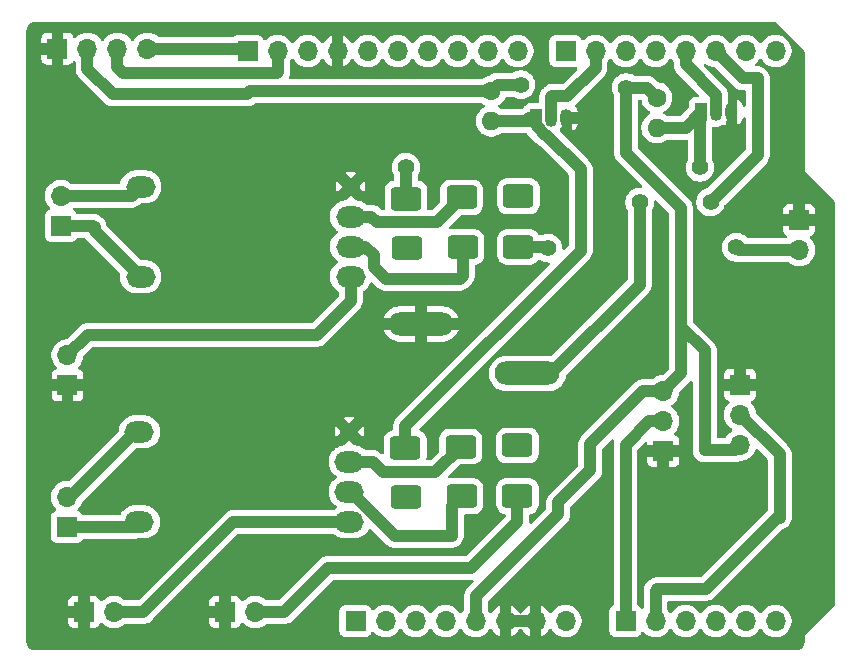
<source format=gbl>
%TF.GenerationSoftware,KiCad,Pcbnew,9.0.0*%
%TF.CreationDate,2025-02-28T16:21:13+01:00*%
%TF.ProjectId,shield,73686965-6c64-42e6-9b69-6361645f7063,rev?*%
%TF.SameCoordinates,Original*%
%TF.FileFunction,Copper,L2,Bot*%
%TF.FilePolarity,Positive*%
%FSLAX46Y46*%
G04 Gerber Fmt 4.6, Leading zero omitted, Abs format (unit mm)*
G04 Created by KiCad (PCBNEW 9.0.0) date 2025-02-28 16:21:13*
%MOMM*%
%LPD*%
G01*
G04 APERTURE LIST*
G04 Aperture macros list*
%AMRoundRect*
0 Rectangle with rounded corners*
0 $1 Rounding radius*
0 $2 $3 $4 $5 $6 $7 $8 $9 X,Y pos of 4 corners*
0 Add a 4 corners polygon primitive as box body*
4,1,4,$2,$3,$4,$5,$6,$7,$8,$9,$2,$3,0*
0 Add four circle primitives for the rounded corners*
1,1,$1+$1,$2,$3*
1,1,$1+$1,$4,$5*
1,1,$1+$1,$6,$7*
1,1,$1+$1,$8,$9*
0 Add four rect primitives between the rounded corners*
20,1,$1+$1,$2,$3,$4,$5,0*
20,1,$1+$1,$4,$5,$6,$7,0*
20,1,$1+$1,$6,$7,$8,$9,0*
20,1,$1+$1,$8,$9,$2,$3,0*%
G04 Aperture macros list end*
%TA.AperFunction,ComponentPad*%
%ADD10O,1.700000X1.700000*%
%TD*%
%TA.AperFunction,ComponentPad*%
%ADD11R,1.700000X1.700000*%
%TD*%
%TA.AperFunction,ComponentPad*%
%ADD12O,5.500000X2.000000*%
%TD*%
%TA.AperFunction,ComponentPad*%
%ADD13O,2.500000X1.800000*%
%TD*%
%TA.AperFunction,ComponentPad*%
%ADD14C,1.500000*%
%TD*%
%TA.AperFunction,ComponentPad*%
%ADD15RoundRect,0.357143X0.942857X0.642857X-0.942857X0.642857X-0.942857X-0.642857X0.942857X-0.642857X0*%
%TD*%
%TA.AperFunction,ComponentPad*%
%ADD16C,1.600000*%
%TD*%
%TA.AperFunction,ComponentPad*%
%ADD17O,1.600000X1.600000*%
%TD*%
%TA.AperFunction,ComponentPad*%
%ADD18R,1.050000X1.500000*%
%TD*%
%TA.AperFunction,ComponentPad*%
%ADD19O,1.050000X1.500000*%
%TD*%
%TA.AperFunction,ViaPad*%
%ADD20C,1.400000*%
%TD*%
%TA.AperFunction,Conductor*%
%ADD21C,1.000000*%
%TD*%
G04 APERTURE END LIST*
D10*
%TO.P,J13,3,Pin_3*%
%TO.N,+5V*%
X160500000Y-82540000D03*
%TO.P,J13,2,Pin_2*%
%TO.N,/A1*%
X160500000Y-80000000D03*
D11*
%TO.P,J13,1,Pin_1*%
%TO.N,GND*%
X160500000Y-77460000D03*
%TD*%
D10*
%TO.P,J12,3,Pin_3*%
%TO.N,+5V*%
X154000000Y-78000000D03*
%TO.P,J12,2,Pin_2*%
%TO.N,/A0*%
X154000000Y-80540000D03*
D11*
%TO.P,J12,1,Pin_1*%
%TO.N,GND*%
X154000000Y-83080000D03*
%TD*%
D12*
%TO.P,JP1,1,A*%
%TO.N,GND*%
X133500000Y-72300000D03*
%TO.P,JP1,2,B*%
%TO.N,/Ser_Man1*%
X142500000Y-76500000D03*
%TD*%
D11*
%TO.P,J1,1,Pin_1*%
%TO.N,unconnected-(J1-Pin_1-Pad1)*%
X127940000Y-97460000D03*
D10*
%TO.P,J1,2,Pin_2*%
%TO.N,/IOREF*%
X130480000Y-97460000D03*
%TO.P,J1,3,Pin_3*%
%TO.N,/~{RESET}*%
X133020000Y-97460000D03*
%TO.P,J1,4,Pin_4*%
%TO.N,+3V3*%
X135560000Y-97460000D03*
%TO.P,J1,5,Pin_5*%
%TO.N,+5V*%
X138100000Y-97460000D03*
%TO.P,J1,6,Pin_6*%
%TO.N,GND*%
X140640000Y-97460000D03*
%TO.P,J1,7,Pin_7*%
X143180000Y-97460000D03*
%TO.P,J1,8,Pin_8*%
%TO.N,VCC*%
X145720000Y-97460000D03*
%TD*%
D11*
%TO.P,J3,1,Pin_1*%
%TO.N,/A0*%
X150800000Y-97460000D03*
D10*
%TO.P,J3,2,Pin_2*%
%TO.N,/A1*%
X153340000Y-97460000D03*
%TO.P,J3,3,Pin_3*%
%TO.N,/A2*%
X155880000Y-97460000D03*
%TO.P,J3,4,Pin_4*%
%TO.N,/A3*%
X158420000Y-97460000D03*
%TO.P,J3,5,Pin_5*%
%TO.N,unconnected-(J3-Pin_5-Pad5)*%
X160960000Y-97460000D03*
%TO.P,J3,6,Pin_6*%
%TO.N,unconnected-(J3-Pin_6-Pad6)*%
X163500000Y-97460000D03*
%TD*%
D11*
%TO.P,J2,1,Pin_1*%
%TO.N,/SCL{slash}A5*%
X118796000Y-49200000D03*
D10*
%TO.P,J2,2,Pin_2*%
%TO.N,/SDA{slash}A4*%
X121336000Y-49200000D03*
%TO.P,J2,3,Pin_3*%
%TO.N,/AREF*%
X123876000Y-49200000D03*
%TO.P,J2,4,Pin_4*%
%TO.N,GND*%
X126416000Y-49200000D03*
%TO.P,J2,5,Pin_5*%
%TO.N,/13*%
X128956000Y-49200000D03*
%TO.P,J2,6,Pin_6*%
%TO.N,/12*%
X131496000Y-49200000D03*
%TO.P,J2,7,Pin_7*%
%TO.N,/\u002A11*%
X134036000Y-49200000D03*
%TO.P,J2,8,Pin_8*%
%TO.N,/\u002A10*%
X136576000Y-49200000D03*
%TO.P,J2,9,Pin_9*%
%TO.N,/\u002A9*%
X139116000Y-49200000D03*
%TO.P,J2,10,Pin_10*%
%TO.N,/8*%
X141656000Y-49200000D03*
%TD*%
D11*
%TO.P,J4,1,Pin_1*%
%TO.N,/7*%
X145720000Y-49200000D03*
D10*
%TO.P,J4,2,Pin_2*%
%TO.N,/PWM2*%
X148260000Y-49200000D03*
%TO.P,J4,3,Pin_3*%
%TO.N,/\u002A5*%
X150800000Y-49200000D03*
%TO.P,J4,4,Pin_4*%
%TO.N,/4*%
X153340000Y-49200000D03*
%TO.P,J4,5,Pin_5*%
%TO.N,/PWM1*%
X155880000Y-49200000D03*
%TO.P,J4,6,Pin_6*%
%TO.N,/Ser_Man1*%
X158420000Y-49200000D03*
%TO.P,J4,7,Pin_7*%
%TO.N,/TX{slash}1*%
X160960000Y-49200000D03*
%TO.P,J4,8,Pin_8*%
%TO.N,/RX{slash}0*%
X163500000Y-49200000D03*
%TD*%
D11*
%TO.P,J10,1,Pin_1*%
%TO.N,Net-(J10-Pin_1)*%
X103500000Y-89500000D03*
D10*
%TO.P,J10,2,Pin_2*%
%TO.N,Net-(J10-Pin_2)*%
X103500000Y-86960000D03*
%TD*%
D13*
%TO.P,RECOM1,1,+Vin*%
%TO.N,Net-(J7-Pin_2)*%
X127530000Y-68315000D03*
%TO.P,RECOM1,2,Analogue_Dimming*%
%TO.N,Net-(RECOM1-Analogue_Dimming)*%
X127530000Y-65775000D03*
%TO.P,RECOM1,3,PWM/ON/OFF*%
%TO.N,Net-(RECOM1-PWM{slash}ON{slash}OFF)*%
X127530000Y-63235000D03*
D14*
%TO.P,RECOM1,4,GND*%
%TO.N,GND*%
X127530000Y-60695000D03*
D13*
%TO.P,RECOM1,5,-Vout*%
%TO.N,Net-(J9-Pin_2)*%
X109750000Y-60695000D03*
%TO.P,RECOM1,6,+Vout*%
%TO.N,Net-(J9-Pin_1)*%
X109750000Y-68315000D03*
%TD*%
D11*
%TO.P,J9,1,Pin_1*%
%TO.N,Net-(J9-Pin_1)*%
X103000000Y-64000000D03*
D10*
%TO.P,J9,2,Pin_2*%
%TO.N,Net-(J9-Pin_2)*%
X103000000Y-61460000D03*
%TD*%
D15*
%TO.P,SW2,1,A*%
%TO.N,Net-(J6-Pin_2)*%
X141650000Y-86900000D03*
%TO.P,SW2,2,B*%
%TO.N,Net-(RECOM2-Analogue_Dimming)*%
X136950000Y-86900000D03*
%TO.P,SW2,3,C*%
%TO.N,unconnected-(SW2A-C-Pad3)*%
X132250000Y-87000000D03*
%TO.P,SW2,4,A*%
%TO.N,/PWM2_inv*%
X132150000Y-82800000D03*
%TO.P,SW2,5,B*%
%TO.N,Net-(RECOM2-PWM{slash}ON{slash}OFF)*%
X136850000Y-82700000D03*
%TO.P,SW2,6,C*%
%TO.N,unconnected-(SW2B-C-Pad6)*%
X141650000Y-82600000D03*
%TD*%
D11*
%TO.P,J7,1,Pin_1*%
%TO.N,GND*%
X103550000Y-77500000D03*
D10*
%TO.P,J7,2,Pin_2*%
%TO.N,Net-(J7-Pin_2)*%
X103550000Y-74960000D03*
%TD*%
D16*
%TO.P,R1,1*%
%TO.N,+5V*%
X153450000Y-53150000D03*
D17*
%TO.P,R1,2*%
%TO.N,/PWM1_inv*%
X153450000Y-55690000D03*
%TD*%
D11*
%TO.P,J6,1,Pin_1*%
%TO.N,GND*%
X116900000Y-96700000D03*
D10*
%TO.P,J6,2,Pin_2*%
%TO.N,Net-(J6-Pin_2)*%
X119440000Y-96700000D03*
%TD*%
D11*
%TO.P,J11,1,Pin_1*%
%TO.N,GND*%
X102700000Y-49000000D03*
D10*
%TO.P,J11,2,Pin_2*%
%TO.N,+5V*%
X105240000Y-49000000D03*
%TO.P,J11,3,Pin_3*%
%TO.N,/SDA{slash}A4*%
X107780000Y-49000000D03*
%TO.P,J11,4,Pin_4*%
%TO.N,/SCL{slash}A5*%
X110320000Y-49000000D03*
%TD*%
D13*
%TO.P,RECOM2,1,+Vin*%
%TO.N,Net-(J8-Pin_2)*%
X127430000Y-89065000D03*
%TO.P,RECOM2,2,Analogue_Dimming*%
%TO.N,Net-(RECOM2-Analogue_Dimming)*%
X127430000Y-86525000D03*
%TO.P,RECOM2,3,PWM/ON/OFF*%
%TO.N,Net-(RECOM2-PWM{slash}ON{slash}OFF)*%
X127430000Y-83985000D03*
D14*
%TO.P,RECOM2,4,GND*%
%TO.N,GND*%
X127430000Y-81445000D03*
D13*
%TO.P,RECOM2,5,-Vout*%
%TO.N,Net-(J10-Pin_2)*%
X109650000Y-81445000D03*
%TO.P,RECOM2,6,+Vout*%
%TO.N,Net-(J10-Pin_1)*%
X109650000Y-89065000D03*
%TD*%
D11*
%TO.P,J8,1,Pin_1*%
%TO.N,GND*%
X104950000Y-96700000D03*
D10*
%TO.P,J8,2,Pin_2*%
%TO.N,Net-(J8-Pin_2)*%
X107490000Y-96700000D03*
%TD*%
D16*
%TO.P,R2,1*%
%TO.N,+5V*%
X139450000Y-52600000D03*
D17*
%TO.P,R2,2*%
%TO.N,/PWM2_inv*%
X139450000Y-55140000D03*
%TD*%
D18*
%TO.P,Q2,1,D*%
%TO.N,/PWM2_inv*%
X143230000Y-54860000D03*
D19*
%TO.P,Q2,2,G*%
%TO.N,/PWM2*%
X144500000Y-54860000D03*
%TO.P,Q2,3,S*%
%TO.N,GND*%
X145770000Y-54860000D03*
%TD*%
D11*
%TO.P,J5,1,Pin_1*%
%TO.N,GND*%
X165500000Y-63500000D03*
D10*
%TO.P,J5,2,Pin_2*%
%TO.N,Net-(J5-Pin_2)*%
X165500000Y-66040000D03*
%TD*%
D18*
%TO.P,Q1,1,D*%
%TO.N,/PWM1_inv*%
X157230000Y-54360000D03*
D19*
%TO.P,Q1,2,G*%
%TO.N,/PWM1*%
X158500000Y-54360000D03*
%TO.P,Q1,3,S*%
%TO.N,GND*%
X159770000Y-54360000D03*
%TD*%
D15*
%TO.P,SW1,1,A*%
%TO.N,Net-(J5-Pin_2)*%
X141725000Y-65800000D03*
%TO.P,SW1,2,B*%
%TO.N,Net-(RECOM1-Analogue_Dimming)*%
X137025000Y-65800000D03*
%TO.P,SW1,3,C*%
%TO.N,unconnected-(SW1A-C-Pad3)*%
X132325000Y-65900000D03*
%TO.P,SW1,4,A*%
%TO.N,/PWM1_inv*%
X132225000Y-61700000D03*
%TO.P,SW1,5,B*%
%TO.N,Net-(RECOM1-PWM{slash}ON{slash}OFF)*%
X136925000Y-61600000D03*
%TO.P,SW1,6,C*%
%TO.N,unconnected-(SW1B-C-Pad6)*%
X141725000Y-61500000D03*
%TD*%
D20*
%TO.N,/Ser_Man1*%
X152000000Y-62000000D03*
X158000000Y-62000000D03*
%TO.N,+5V*%
X141950000Y-52050000D03*
X150850000Y-52300000D03*
%TO.N,Net-(J5-Pin_2)*%
X144250000Y-65900000D03*
X160175000Y-65825000D03*
%TO.N,/PWM1_inv*%
X157100000Y-59050000D03*
X132200000Y-59050000D03*
%TD*%
D21*
%TO.N,/PWM2_inv*%
X132150000Y-80950000D02*
X132150000Y-82800000D01*
X147000000Y-66100000D02*
X132150000Y-80950000D01*
X144091000Y-56311000D02*
X147000000Y-59220000D01*
X143992174Y-56311000D02*
X144091000Y-56311000D01*
X143274000Y-55494000D02*
X143274000Y-55592826D01*
X142640000Y-54860000D02*
X143274000Y-55494000D01*
X147000000Y-59220000D02*
X147000000Y-66100000D01*
X143230000Y-54860000D02*
X142640000Y-54860000D01*
X143274000Y-55592826D02*
X143992174Y-56311000D01*
%TO.N,/Ser_Man1*%
X152000000Y-69000000D02*
X144500000Y-76500000D01*
X152000000Y-62000000D02*
X152000000Y-69000000D01*
X144500000Y-76500000D02*
X142500000Y-76500000D01*
%TO.N,/A1*%
X153340000Y-94910000D02*
X153340000Y-97460000D01*
X153500000Y-94750000D02*
X153340000Y-94910000D01*
%TO.N,/A0*%
X152797919Y-80540000D02*
X150800000Y-82537919D01*
X150800000Y-89500000D02*
X150800000Y-88150000D01*
X150800000Y-82537919D02*
X150800000Y-89500000D01*
X154000000Y-80540000D02*
X152797919Y-80540000D01*
%TO.N,+5V*%
X152300000Y-78000000D02*
X147800000Y-82500000D01*
X154000000Y-78000000D02*
X152300000Y-78000000D01*
X155500000Y-76500000D02*
X154000000Y-78000000D01*
X155500000Y-72550000D02*
X155500000Y-76500000D01*
X147800000Y-82500000D02*
X147800000Y-84700000D01*
X160040000Y-83000000D02*
X157500000Y-83000000D01*
X160500000Y-82540000D02*
X160040000Y-83000000D01*
X157500000Y-74550000D02*
X157500000Y-83000000D01*
X155500000Y-72550000D02*
X157500000Y-74550000D01*
X150850000Y-57850000D02*
X155500000Y-62500000D01*
X155500000Y-62500000D02*
X155500000Y-72550000D01*
X150850000Y-52300000D02*
X150850000Y-57850000D01*
%TO.N,/A1*%
X163850000Y-83350000D02*
X163850000Y-88700000D01*
X160500000Y-80000000D02*
X163850000Y-83350000D01*
%TO.N,/Ser_Man1*%
X162000000Y-58000000D02*
X158000000Y-62000000D01*
X162000000Y-51500000D02*
X162000000Y-58000000D01*
X160720000Y-51500000D02*
X162000000Y-51500000D01*
X158420000Y-49200000D02*
X160720000Y-51500000D01*
%TO.N,+5V*%
X119000000Y-52600000D02*
X118750000Y-52850000D01*
X105240000Y-50690000D02*
X105240000Y-49000000D01*
X150850000Y-52300000D02*
X152600000Y-52300000D01*
X118750000Y-52850000D02*
X107400000Y-52850000D01*
X107400000Y-52850000D02*
X105240000Y-50690000D01*
X140000000Y-52050000D02*
X139450000Y-52600000D01*
X139450000Y-52600000D02*
X119000000Y-52600000D01*
X152600000Y-52300000D02*
X153450000Y-53150000D01*
X141950000Y-52050000D02*
X140000000Y-52050000D01*
%TO.N,/A0*%
X150800000Y-97460000D02*
X150800000Y-89500000D01*
%TO.N,/A1*%
X163650000Y-88700000D02*
X163850000Y-88700000D01*
X157600000Y-94750000D02*
X163650000Y-88700000D01*
X153500000Y-94750000D02*
X157600000Y-94750000D01*
%TO.N,/SDA{slash}A4*%
X121400000Y-50950000D02*
X121400000Y-49264000D01*
X121302412Y-51047588D02*
X121400000Y-50950000D01*
X107780000Y-49000000D02*
X107780000Y-50580000D01*
X108247588Y-51047588D02*
X121302412Y-51047588D01*
X107780000Y-50580000D02*
X108247588Y-51047588D01*
X121400000Y-49264000D02*
X121336000Y-49200000D01*
%TO.N,/SCL{slash}A5*%
X110370000Y-49050000D02*
X118946000Y-49050000D01*
X110320000Y-49000000D02*
X110370000Y-49050000D01*
%TO.N,/PWM1*%
X158500000Y-54360000D02*
X158500000Y-52950000D01*
X158500000Y-52950000D02*
X155880000Y-50330000D01*
X155880000Y-50330000D02*
X155880000Y-49200000D01*
%TO.N,/PWM2*%
X144600000Y-53000000D02*
X144500000Y-53100000D01*
X145875000Y-53000000D02*
X144600000Y-53000000D01*
X148260000Y-49200000D02*
X148260000Y-50615000D01*
X148260000Y-50615000D02*
X145875000Y-53000000D01*
X144500000Y-53100000D02*
X144500000Y-54860000D01*
%TO.N,Net-(J5-Pin_2)*%
X141725000Y-65800000D02*
X144150000Y-65800000D01*
X160390000Y-66040000D02*
X165500000Y-66040000D01*
X144150000Y-65800000D02*
X144250000Y-65900000D01*
X160175000Y-65825000D02*
X160390000Y-66040000D01*
%TO.N,Net-(J6-Pin_2)*%
X121900000Y-96700000D02*
X125650000Y-92950000D01*
X137750000Y-92950000D02*
X141650000Y-89050000D01*
X119440000Y-96700000D02*
X121900000Y-96700000D01*
X141650000Y-89050000D02*
X141650000Y-86900000D01*
X125650000Y-92950000D02*
X137750000Y-92950000D01*
%TO.N,Net-(J7-Pin_2)*%
X124650000Y-73250000D02*
X105260000Y-73250000D01*
X105260000Y-73250000D02*
X103550000Y-74960000D01*
X127530000Y-68315000D02*
X127530000Y-70370000D01*
X127530000Y-70370000D02*
X124650000Y-73250000D01*
%TO.N,Net-(J8-Pin_2)*%
X127430000Y-89065000D02*
X127680000Y-88815000D01*
X117585000Y-89065000D02*
X109950000Y-96700000D01*
X127430000Y-89065000D02*
X117585000Y-89065000D01*
X109950000Y-96700000D02*
X107490000Y-96700000D01*
%TO.N,Net-(J9-Pin_1)*%
X105850000Y-64415000D02*
X105850000Y-64100000D01*
X105850000Y-64100000D02*
X105750000Y-64000000D01*
X105750000Y-64000000D02*
X103000000Y-64000000D01*
X109750000Y-68315000D02*
X105850000Y-64415000D01*
%TO.N,Net-(J9-Pin_2)*%
X108985000Y-61460000D02*
X109750000Y-60695000D01*
X103000000Y-61460000D02*
X108985000Y-61460000D01*
%TO.N,Net-(J10-Pin_2)*%
X103500000Y-86960000D02*
X103790000Y-86960000D01*
X109305000Y-81445000D02*
X109650000Y-81445000D01*
X103790000Y-86960000D02*
X109305000Y-81445000D01*
%TO.N,Net-(J10-Pin_1)*%
X109215000Y-89500000D02*
X109650000Y-89065000D01*
X103500000Y-89500000D02*
X109215000Y-89500000D01*
%TO.N,/PWM1_inv*%
X132225000Y-59075000D02*
X132200000Y-59050000D01*
X153450000Y-55690000D02*
X155900000Y-55690000D01*
X155900000Y-55690000D02*
X157230000Y-54360000D01*
X132225000Y-61700000D02*
X132225000Y-59075000D01*
X157100000Y-54490000D02*
X157230000Y-54360000D01*
X157100000Y-59050000D02*
X157100000Y-54490000D01*
%TO.N,/PWM2_inv*%
X142950000Y-55140000D02*
X143230000Y-54860000D01*
X139450000Y-55140000D02*
X142950000Y-55140000D01*
%TO.N,Net-(RECOM1-Analogue_Dimming)*%
X127530000Y-65775000D02*
X128775000Y-65775000D01*
X130500000Y-68500000D02*
X136750000Y-68500000D01*
X137025000Y-68225000D02*
X137025000Y-65800000D01*
X129480740Y-67480740D02*
X130500000Y-68500000D01*
X128775000Y-65775000D02*
X129480740Y-66480740D01*
X136750000Y-68500000D02*
X137025000Y-68225000D01*
X129480740Y-66480740D02*
X129480740Y-67480740D01*
%TO.N,Net-(RECOM1-PWM{slash}ON{slash}OFF)*%
X129730000Y-63700000D02*
X134825000Y-63700000D01*
X134825000Y-63700000D02*
X136925000Y-61600000D01*
X129265000Y-63235000D02*
X129730000Y-63700000D01*
X127530000Y-63235000D02*
X129265000Y-63235000D01*
%TO.N,Net-(RECOM2-Analogue_Dimming)*%
X127525000Y-86525000D02*
X131250000Y-90250000D01*
X131250000Y-90250000D02*
X136100000Y-90250000D01*
X136100000Y-90250000D02*
X136100000Y-87750000D01*
X136100000Y-87750000D02*
X136950000Y-86900000D01*
X127430000Y-86525000D02*
X127525000Y-86525000D01*
%TO.N,Net-(RECOM2-PWM{slash}ON{slash}OFF)*%
X130250000Y-84850000D02*
X134700000Y-84850000D01*
X134700000Y-84850000D02*
X136850000Y-82700000D01*
X129385000Y-83985000D02*
X130250000Y-84850000D01*
X127430000Y-83985000D02*
X129385000Y-83985000D01*
%TO.N,+5V*%
X138150000Y-97410000D02*
X138100000Y-97460000D01*
X138150000Y-95350000D02*
X138150000Y-97410000D01*
X145100000Y-88400000D02*
X138150000Y-95350000D01*
X147800000Y-84700000D02*
X145100000Y-87400000D01*
X145100000Y-87400000D02*
X145100000Y-88400000D01*
%TD*%
%TA.AperFunction,Conductor*%
%TO.N,GND*%
G36*
X156410834Y-77117914D02*
G01*
X156466767Y-77159786D01*
X156491184Y-77225250D01*
X156491500Y-77234096D01*
X156491500Y-83099333D01*
X156530254Y-83294161D01*
X156530256Y-83294169D01*
X156606277Y-83477701D01*
X156606282Y-83477710D01*
X156716646Y-83642880D01*
X156716649Y-83642884D01*
X156857115Y-83783350D01*
X156857119Y-83783353D01*
X157022289Y-83893717D01*
X157022295Y-83893720D01*
X157022296Y-83893721D01*
X157205831Y-83969744D01*
X157400666Y-84008499D01*
X157400670Y-84008500D01*
X157400671Y-84008500D01*
X160139330Y-84008500D01*
X160139331Y-84008499D01*
X160334169Y-83969744D01*
X160483379Y-83907938D01*
X160530832Y-83898500D01*
X160606915Y-83898500D01*
X160606916Y-83898500D01*
X160818116Y-83865049D01*
X161021483Y-83798972D01*
X161212009Y-83701894D01*
X161385004Y-83576206D01*
X161536206Y-83425004D01*
X161661894Y-83252009D01*
X161758972Y-83061483D01*
X161788720Y-82969925D01*
X161828155Y-82912253D01*
X161892513Y-82885054D01*
X161961360Y-82896968D01*
X161994331Y-82920565D01*
X162805181Y-83731415D01*
X162838666Y-83792738D01*
X162841500Y-83819096D01*
X162841500Y-88030904D01*
X162821815Y-88097943D01*
X162805181Y-88118585D01*
X157218585Y-93705181D01*
X157157262Y-93738666D01*
X157130904Y-93741500D01*
X153400666Y-93741500D01*
X153205838Y-93780254D01*
X153205830Y-93780256D01*
X153022298Y-93856277D01*
X153022289Y-93856282D01*
X152857120Y-93966645D01*
X152792777Y-94030989D01*
X152697119Y-94126647D01*
X152660063Y-94163703D01*
X152556645Y-94267120D01*
X152446282Y-94432289D01*
X152446277Y-94432298D01*
X152370256Y-94615830D01*
X152370254Y-94615838D01*
X152331500Y-94810666D01*
X152331500Y-96300301D01*
X152311815Y-96367340D01*
X152259011Y-96413095D01*
X152189853Y-96423039D01*
X152126297Y-96394014D01*
X152107117Y-96370212D01*
X152106204Y-96370896D01*
X152053357Y-96300301D01*
X152013261Y-96246739D01*
X151896204Y-96159111D01*
X151896205Y-96159111D01*
X151891958Y-96157527D01*
X151889162Y-96156484D01*
X151833231Y-96114612D01*
X151808816Y-96049147D01*
X151808500Y-96040304D01*
X151808500Y-83977844D01*
X152650000Y-83977844D01*
X152656401Y-84037372D01*
X152656403Y-84037379D01*
X152706645Y-84172086D01*
X152706649Y-84172093D01*
X152792809Y-84287187D01*
X152792812Y-84287190D01*
X152907906Y-84373350D01*
X152907913Y-84373354D01*
X153042620Y-84423596D01*
X153042627Y-84423598D01*
X153102155Y-84429999D01*
X153102172Y-84430000D01*
X153500000Y-84430000D01*
X154500000Y-84430000D01*
X154897828Y-84430000D01*
X154897844Y-84429999D01*
X154957372Y-84423598D01*
X154957379Y-84423596D01*
X155092086Y-84373354D01*
X155092093Y-84373350D01*
X155207187Y-84287190D01*
X155207190Y-84287187D01*
X155293350Y-84172093D01*
X155293354Y-84172086D01*
X155343596Y-84037379D01*
X155343598Y-84037372D01*
X155349999Y-83977844D01*
X155350000Y-83977827D01*
X155350000Y-83580000D01*
X154500000Y-83580000D01*
X154500000Y-84430000D01*
X153500000Y-84430000D01*
X153500000Y-83580000D01*
X152650000Y-83580000D01*
X152650000Y-83977844D01*
X151808500Y-83977844D01*
X151808500Y-83007014D01*
X151828185Y-82939975D01*
X151844814Y-82919338D01*
X152438322Y-82325830D01*
X152499642Y-82292347D01*
X152569333Y-82297331D01*
X152625267Y-82339202D01*
X152649684Y-82404667D01*
X152650000Y-82413513D01*
X152650000Y-82580000D01*
X153934174Y-82580000D01*
X153807007Y-82614075D01*
X153692993Y-82679901D01*
X153599901Y-82772993D01*
X153534075Y-82887007D01*
X153500000Y-83014174D01*
X153500000Y-83145826D01*
X153534075Y-83272993D01*
X153599901Y-83387007D01*
X153692993Y-83480099D01*
X153807007Y-83545925D01*
X153934174Y-83580000D01*
X154065826Y-83580000D01*
X154192993Y-83545925D01*
X154307007Y-83480099D01*
X154400099Y-83387007D01*
X154465925Y-83272993D01*
X154500000Y-83145826D01*
X154500000Y-83014174D01*
X154465925Y-82887007D01*
X154400099Y-82772993D01*
X154307007Y-82679901D01*
X154192993Y-82614075D01*
X154065826Y-82580000D01*
X155350000Y-82580000D01*
X155350000Y-82182172D01*
X155349999Y-82182155D01*
X155343598Y-82122627D01*
X155343596Y-82122620D01*
X155293354Y-81987913D01*
X155293350Y-81987906D01*
X155207190Y-81872812D01*
X155207187Y-81872809D01*
X155092093Y-81786649D01*
X155092086Y-81786645D01*
X154968769Y-81740651D01*
X154912835Y-81698780D01*
X154888418Y-81633315D01*
X154903270Y-81565042D01*
X154924415Y-81536794D01*
X155036206Y-81425004D01*
X155161894Y-81252009D01*
X155258972Y-81061483D01*
X155325049Y-80858116D01*
X155358500Y-80646916D01*
X155358500Y-80433084D01*
X155325049Y-80221884D01*
X155258972Y-80018517D01*
X155258972Y-80018516D01*
X155197500Y-79897871D01*
X155161894Y-79827991D01*
X155036206Y-79654996D01*
X154885004Y-79503794D01*
X154712009Y-79378106D01*
X154712005Y-79378103D01*
X154708132Y-79375730D01*
X154661254Y-79323920D01*
X154649829Y-79254991D01*
X154677483Y-79190827D01*
X154708132Y-79164270D01*
X154712005Y-79161896D01*
X154712004Y-79161896D01*
X154712009Y-79161894D01*
X154885004Y-79036206D01*
X155036206Y-78885004D01*
X155161894Y-78712009D01*
X155258972Y-78521483D01*
X155325049Y-78318116D01*
X155358500Y-78106916D01*
X155358500Y-78106914D01*
X155359262Y-78102104D01*
X155361153Y-78102403D01*
X155383131Y-78044716D01*
X155394187Y-78032046D01*
X156279819Y-77146415D01*
X156341142Y-77112930D01*
X156410834Y-77117914D01*
G37*
%TD.AperFunction*%
%TA.AperFunction,Conductor*%
G36*
X163484404Y-46755185D02*
G01*
X163505046Y-46771819D01*
X165928181Y-49194954D01*
X165961666Y-49256277D01*
X165964500Y-49282635D01*
X165964500Y-59344982D01*
X165964500Y-59375018D01*
X165975994Y-59402767D01*
X165975995Y-59402768D01*
X168468181Y-61894954D01*
X168501666Y-61956277D01*
X168504500Y-61982635D01*
X168504500Y-96107364D01*
X168484815Y-96174403D01*
X168468181Y-96195045D01*
X165997233Y-98665994D01*
X165975995Y-98687231D01*
X165964500Y-98714982D01*
X165964500Y-99231907D01*
X165963903Y-99244061D01*
X165963903Y-99244062D01*
X165952505Y-99359778D01*
X165947763Y-99383618D01*
X165917832Y-99482290D01*
X165915789Y-99489024D01*
X165906486Y-99511482D01*
X165854561Y-99608627D01*
X165841056Y-99628839D01*
X165771176Y-99713988D01*
X165753988Y-99731176D01*
X165668839Y-99801056D01*
X165648627Y-99814561D01*
X165551482Y-99866486D01*
X165529028Y-99875787D01*
X165487028Y-99888528D01*
X165423618Y-99907763D01*
X165399778Y-99912505D01*
X165291162Y-99923203D01*
X165284060Y-99923903D01*
X165271907Y-99924500D01*
X100768093Y-99924500D01*
X100755939Y-99923903D01*
X100747995Y-99923120D01*
X100640221Y-99912505D01*
X100616381Y-99907763D01*
X100599445Y-99902625D01*
X100510968Y-99875786D01*
X100488517Y-99866486D01*
X100391372Y-99814561D01*
X100371160Y-99801056D01*
X100286011Y-99731176D01*
X100268823Y-99713988D01*
X100198943Y-99628839D01*
X100185438Y-99608627D01*
X100133510Y-99511476D01*
X100124215Y-99489037D01*
X100092234Y-99383612D01*
X100087494Y-99359777D01*
X100076097Y-99244061D01*
X100075500Y-99231907D01*
X100075500Y-97597844D01*
X103600000Y-97597844D01*
X103606401Y-97657372D01*
X103606403Y-97657379D01*
X103656645Y-97792086D01*
X103656649Y-97792093D01*
X103742809Y-97907187D01*
X103742812Y-97907190D01*
X103857906Y-97993350D01*
X103857913Y-97993354D01*
X103992620Y-98043596D01*
X103992627Y-98043598D01*
X104052155Y-98049999D01*
X104052172Y-98050000D01*
X104450000Y-98050000D01*
X104450000Y-97200000D01*
X103600000Y-97200000D01*
X103600000Y-97597844D01*
X100075500Y-97597844D01*
X100075500Y-95802155D01*
X103600000Y-95802155D01*
X103600000Y-96200000D01*
X104450000Y-96200000D01*
X104450000Y-95350000D01*
X104052155Y-95350000D01*
X103992627Y-95356401D01*
X103992620Y-95356403D01*
X103857913Y-95406645D01*
X103857906Y-95406649D01*
X103742812Y-95492809D01*
X103742809Y-95492812D01*
X103656649Y-95607906D01*
X103656645Y-95607913D01*
X103606403Y-95742620D01*
X103606401Y-95742627D01*
X103600000Y-95802155D01*
X100075500Y-95802155D01*
X100075500Y-86853084D01*
X102141500Y-86853084D01*
X102141500Y-87066916D01*
X102147664Y-87105831D01*
X102174951Y-87278117D01*
X102241026Y-87481480D01*
X102241027Y-87481483D01*
X102327232Y-87650667D01*
X102338106Y-87672009D01*
X102463794Y-87845004D01*
X102463796Y-87845006D01*
X102568971Y-87950181D01*
X102602456Y-88011504D01*
X102597472Y-88081196D01*
X102555600Y-88137129D01*
X102524625Y-88154043D01*
X102403795Y-88199111D01*
X102286739Y-88286739D01*
X102199111Y-88403795D01*
X102148011Y-88540795D01*
X102148011Y-88540797D01*
X102141500Y-88601345D01*
X102141500Y-90398654D01*
X102148011Y-90459202D01*
X102148011Y-90459204D01*
X102196486Y-90589167D01*
X102199111Y-90596204D01*
X102286739Y-90713261D01*
X102403796Y-90800889D01*
X102540799Y-90851989D01*
X102568050Y-90854918D01*
X102601345Y-90858499D01*
X102601362Y-90858500D01*
X104398638Y-90858500D01*
X104398654Y-90858499D01*
X104425692Y-90855591D01*
X104459201Y-90851989D01*
X104596204Y-90800889D01*
X104713261Y-90713261D01*
X104800889Y-90596204D01*
X104803514Y-90589165D01*
X104845384Y-90533233D01*
X104910848Y-90508816D01*
X104919695Y-90508500D01*
X109314331Y-90508500D01*
X109429725Y-90485546D01*
X109478306Y-90475882D01*
X109502497Y-90473500D01*
X110110850Y-90473500D01*
X110110851Y-90473500D01*
X110329824Y-90438818D01*
X110540676Y-90370308D01*
X110738215Y-90269657D01*
X110917576Y-90139343D01*
X111074343Y-89982576D01*
X111204657Y-89803215D01*
X111305308Y-89605676D01*
X111373818Y-89394824D01*
X111408500Y-89175851D01*
X111408500Y-88954149D01*
X111373818Y-88735176D01*
X111305308Y-88524324D01*
X111305306Y-88524321D01*
X111305306Y-88524319D01*
X111251648Y-88419011D01*
X111204657Y-88326785D01*
X111074343Y-88147424D01*
X110917576Y-87990657D01*
X110738215Y-87860343D01*
X110540680Y-87759693D01*
X110329824Y-87691182D01*
X110110851Y-87656500D01*
X109189149Y-87656500D01*
X109091229Y-87672009D01*
X108970175Y-87691182D01*
X108759319Y-87759693D01*
X108561784Y-87860343D01*
X108517362Y-87892618D01*
X108382424Y-87990657D01*
X108382422Y-87990659D01*
X108382421Y-87990659D01*
X108225659Y-88147421D01*
X108225659Y-88147422D01*
X108225657Y-88147424D01*
X108208326Y-88171278D01*
X108095343Y-88326784D01*
X108045914Y-88423795D01*
X107997939Y-88474591D01*
X107935429Y-88491500D01*
X104919695Y-88491500D01*
X104852656Y-88471815D01*
X104806901Y-88419011D01*
X104803519Y-88410849D01*
X104800889Y-88403796D01*
X104713261Y-88286739D01*
X104596204Y-88199111D01*
X104596202Y-88199110D01*
X104596204Y-88199110D01*
X104475375Y-88154043D01*
X104419441Y-88112172D01*
X104395025Y-88046707D01*
X104409877Y-87978434D01*
X104431022Y-87950187D01*
X104536206Y-87845004D01*
X104661894Y-87672009D01*
X104758972Y-87481483D01*
X104780682Y-87414664D01*
X104810932Y-87365301D01*
X105928243Y-86247991D01*
X108138862Y-84037372D01*
X109286416Y-82889819D01*
X109347739Y-82856334D01*
X109374097Y-82853500D01*
X110110850Y-82853500D01*
X110110851Y-82853500D01*
X110329824Y-82818818D01*
X110540676Y-82750308D01*
X110738215Y-82649657D01*
X110917576Y-82519343D01*
X111074343Y-82362576D01*
X111204657Y-82183215D01*
X111305308Y-81985676D01*
X111373818Y-81774824D01*
X111408500Y-81555851D01*
X111408500Y-81346617D01*
X126180000Y-81346617D01*
X126180000Y-81543382D01*
X126210779Y-81737710D01*
X126210779Y-81737713D01*
X126264584Y-81903307D01*
X126264585Y-81903307D01*
X126722893Y-81445000D01*
X126657067Y-81379174D01*
X126930000Y-81379174D01*
X126930000Y-81510826D01*
X126964075Y-81637993D01*
X127029901Y-81752007D01*
X127122993Y-81845099D01*
X127237007Y-81910925D01*
X127364174Y-81945000D01*
X127495826Y-81945000D01*
X127622993Y-81910925D01*
X127737007Y-81845099D01*
X127830099Y-81752007D01*
X127895925Y-81637993D01*
X127930000Y-81510826D01*
X127930000Y-81445000D01*
X128137106Y-81445000D01*
X128595413Y-81903306D01*
X128649221Y-81737703D01*
X128680000Y-81543382D01*
X128680000Y-81346617D01*
X128649221Y-81152294D01*
X128649221Y-81152293D01*
X128595414Y-80986691D01*
X128137106Y-81445000D01*
X127930000Y-81445000D01*
X127930000Y-81379174D01*
X127895925Y-81252007D01*
X127830099Y-81137993D01*
X127737007Y-81044901D01*
X127622993Y-80979075D01*
X127495826Y-80945000D01*
X127364174Y-80945000D01*
X127237007Y-80979075D01*
X127122993Y-81044901D01*
X127029901Y-81137993D01*
X126964075Y-81252007D01*
X126930000Y-81379174D01*
X126657067Y-81379174D01*
X126264584Y-80986691D01*
X126210779Y-81152289D01*
X126180000Y-81346617D01*
X111408500Y-81346617D01*
X111408500Y-81334149D01*
X111373818Y-81115176D01*
X111305308Y-80904324D01*
X111305306Y-80904321D01*
X111305306Y-80904319D01*
X111220507Y-80737893D01*
X111204657Y-80706785D01*
X111074343Y-80527424D01*
X110917576Y-80370657D01*
X110792225Y-80279584D01*
X126971691Y-80279584D01*
X127430000Y-80737893D01*
X127430001Y-80737893D01*
X127888307Y-80279585D01*
X127888307Y-80279584D01*
X127722711Y-80225779D01*
X127528382Y-80195000D01*
X127331618Y-80195000D01*
X127137289Y-80225779D01*
X126971691Y-80279584D01*
X110792225Y-80279584D01*
X110738215Y-80240343D01*
X110540680Y-80139693D01*
X110329824Y-80071182D01*
X110110851Y-80036500D01*
X109189149Y-80036500D01*
X109079662Y-80053841D01*
X108970175Y-80071182D01*
X108759319Y-80139693D01*
X108561784Y-80240343D01*
X108507773Y-80279585D01*
X108382424Y-80370657D01*
X108382422Y-80370659D01*
X108382421Y-80370659D01*
X108225659Y-80527421D01*
X108225659Y-80527422D01*
X108225657Y-80527424D01*
X108169692Y-80604452D01*
X108095343Y-80706784D01*
X107994693Y-80904319D01*
X107926182Y-81115175D01*
X107891500Y-81334149D01*
X107891500Y-81380903D01*
X107871815Y-81447942D01*
X107855181Y-81468584D01*
X103751169Y-85572595D01*
X103689846Y-85606080D01*
X103644090Y-85607387D01*
X103606920Y-85601500D01*
X103606916Y-85601500D01*
X103393084Y-85601500D01*
X103355682Y-85607424D01*
X103181882Y-85634951D01*
X102978519Y-85701026D01*
X102978516Y-85701027D01*
X102787990Y-85798106D01*
X102614993Y-85923796D01*
X102463796Y-86074993D01*
X102338106Y-86247990D01*
X102241027Y-86438516D01*
X102241026Y-86438519D01*
X102174951Y-86641882D01*
X102174951Y-86641884D01*
X102141500Y-86853084D01*
X100075500Y-86853084D01*
X100075500Y-78397844D01*
X102200000Y-78397844D01*
X102206401Y-78457372D01*
X102206403Y-78457379D01*
X102256645Y-78592086D01*
X102256649Y-78592093D01*
X102342809Y-78707187D01*
X102342812Y-78707190D01*
X102457906Y-78793350D01*
X102457913Y-78793354D01*
X102592620Y-78843596D01*
X102592627Y-78843598D01*
X102652155Y-78849999D01*
X102652172Y-78850000D01*
X103050000Y-78850000D01*
X104050000Y-78850000D01*
X104447828Y-78850000D01*
X104447844Y-78849999D01*
X104507372Y-78843598D01*
X104507379Y-78843596D01*
X104642086Y-78793354D01*
X104642093Y-78793350D01*
X104757187Y-78707190D01*
X104757190Y-78707187D01*
X104843350Y-78592093D01*
X104843354Y-78592086D01*
X104893596Y-78457379D01*
X104893598Y-78457372D01*
X104899999Y-78397844D01*
X104900000Y-78397827D01*
X104900000Y-78000000D01*
X104050000Y-78000000D01*
X104050000Y-78850000D01*
X103050000Y-78850000D01*
X103050000Y-78000000D01*
X102200000Y-78000000D01*
X102200000Y-78397844D01*
X100075500Y-78397844D01*
X100075500Y-74853084D01*
X102191500Y-74853084D01*
X102191500Y-75066915D01*
X102224951Y-75278117D01*
X102291026Y-75481480D01*
X102291027Y-75481483D01*
X102309266Y-75517278D01*
X102388106Y-75672009D01*
X102513794Y-75845004D01*
X102513796Y-75845006D01*
X102625578Y-75956788D01*
X102659063Y-76018111D01*
X102654079Y-76087803D01*
X102612207Y-76143736D01*
X102581230Y-76160651D01*
X102457913Y-76206645D01*
X102457906Y-76206649D01*
X102342812Y-76292809D01*
X102342809Y-76292812D01*
X102256649Y-76407906D01*
X102256645Y-76407913D01*
X102206403Y-76542620D01*
X102206401Y-76542627D01*
X102200000Y-76602155D01*
X102200000Y-77000000D01*
X103484174Y-77000000D01*
X103357007Y-77034075D01*
X103242993Y-77099901D01*
X103149901Y-77192993D01*
X103084075Y-77307007D01*
X103050000Y-77434174D01*
X103050000Y-77565826D01*
X103084075Y-77692993D01*
X103149901Y-77807007D01*
X103242993Y-77900099D01*
X103357007Y-77965925D01*
X103484174Y-78000000D01*
X103615826Y-78000000D01*
X103742993Y-77965925D01*
X103857007Y-77900099D01*
X103950099Y-77807007D01*
X104015925Y-77692993D01*
X104050000Y-77565826D01*
X104050000Y-77434174D01*
X104015925Y-77307007D01*
X103950099Y-77192993D01*
X103857007Y-77099901D01*
X103742993Y-77034075D01*
X103615826Y-77000000D01*
X104900000Y-77000000D01*
X104900000Y-76602172D01*
X104899999Y-76602155D01*
X104893598Y-76542627D01*
X104893596Y-76542620D01*
X104843354Y-76407913D01*
X104843350Y-76407906D01*
X104757190Y-76292812D01*
X104757187Y-76292809D01*
X104642093Y-76206649D01*
X104642086Y-76206645D01*
X104518769Y-76160651D01*
X104462835Y-76118780D01*
X104438418Y-76053315D01*
X104453270Y-75985042D01*
X104474415Y-75956794D01*
X104586206Y-75845004D01*
X104711894Y-75672009D01*
X104808972Y-75481483D01*
X104875049Y-75278116D01*
X104908500Y-75066916D01*
X104908500Y-75066914D01*
X104909262Y-75062104D01*
X104911153Y-75062403D01*
X104933131Y-75004716D01*
X104944187Y-74992046D01*
X105641415Y-74294819D01*
X105702738Y-74261334D01*
X105729096Y-74258500D01*
X124749330Y-74258500D01*
X124749331Y-74258499D01*
X124944169Y-74219744D01*
X125127704Y-74143721D01*
X125292881Y-74033353D01*
X125433353Y-73892881D01*
X126635687Y-72690548D01*
X127526236Y-71799999D01*
X130335267Y-71799999D01*
X130335267Y-71800000D01*
X131534174Y-71800000D01*
X131407007Y-71834075D01*
X131292993Y-71899901D01*
X131199901Y-71992993D01*
X131134075Y-72107007D01*
X131100000Y-72234174D01*
X131100000Y-72365826D01*
X131134075Y-72492993D01*
X131199901Y-72607007D01*
X131292993Y-72700099D01*
X131407007Y-72765925D01*
X131534174Y-72800000D01*
X130335267Y-72800000D01*
X130359897Y-72875802D01*
X130467085Y-73086171D01*
X130605866Y-73277186D01*
X130772813Y-73444133D01*
X130963828Y-73582914D01*
X131174197Y-73690102D01*
X131398752Y-73763065D01*
X131398751Y-73763065D01*
X131631948Y-73800000D01*
X133000000Y-73800000D01*
X133000000Y-72800000D01*
X134000000Y-72800000D01*
X134000000Y-73800000D01*
X135368052Y-73800000D01*
X135601247Y-73763065D01*
X135825802Y-73690102D01*
X136036171Y-73582914D01*
X136227186Y-73444133D01*
X136394133Y-73277186D01*
X136532914Y-73086171D01*
X136640102Y-72875802D01*
X136664733Y-72800000D01*
X135465826Y-72800000D01*
X135592993Y-72765925D01*
X135707007Y-72700099D01*
X135800099Y-72607007D01*
X135865925Y-72492993D01*
X135900000Y-72365826D01*
X135900000Y-72234174D01*
X135865925Y-72107007D01*
X135800099Y-71992993D01*
X135707007Y-71899901D01*
X135592993Y-71834075D01*
X135465826Y-71800000D01*
X136664733Y-71800000D01*
X136664732Y-71799999D01*
X136640102Y-71724197D01*
X136532914Y-71513828D01*
X136394133Y-71322813D01*
X136227186Y-71155866D01*
X136036171Y-71017085D01*
X135825802Y-70909897D01*
X135601247Y-70836934D01*
X135601248Y-70836934D01*
X135368052Y-70800000D01*
X134000000Y-70800000D01*
X134000000Y-71800000D01*
X133000000Y-71800000D01*
X133000000Y-70800000D01*
X131631948Y-70800000D01*
X131398752Y-70836934D01*
X131174197Y-70909897D01*
X130963828Y-71017085D01*
X130772813Y-71155866D01*
X130605866Y-71322813D01*
X130467085Y-71513828D01*
X130359897Y-71724197D01*
X130335267Y-71799999D01*
X127526236Y-71799999D01*
X127592145Y-71734090D01*
X128313350Y-71012884D01*
X128313353Y-71012881D01*
X128423721Y-70847704D01*
X128499744Y-70664168D01*
X128538500Y-70469329D01*
X128538500Y-70270671D01*
X128538500Y-69636260D01*
X128558185Y-69569221D01*
X128606205Y-69525775D01*
X128618215Y-69519657D01*
X128797576Y-69389343D01*
X128954343Y-69232576D01*
X129084657Y-69053215D01*
X129185308Y-68855676D01*
X129185312Y-68855661D01*
X129185788Y-68854515D01*
X129186091Y-68854137D01*
X129187520Y-68851335D01*
X129188108Y-68851634D01*
X129229622Y-68800105D01*
X129295913Y-68778032D01*
X129363615Y-68795302D01*
X129388037Y-68814271D01*
X129857115Y-69283350D01*
X129857119Y-69283353D01*
X130022289Y-69393717D01*
X130022295Y-69393720D01*
X130022296Y-69393721D01*
X130205831Y-69469744D01*
X130400666Y-69508499D01*
X130400670Y-69508500D01*
X130400671Y-69508500D01*
X136849330Y-69508500D01*
X136849331Y-69508499D01*
X137044169Y-69469744D01*
X137227704Y-69393721D01*
X137392881Y-69283353D01*
X137533353Y-69142881D01*
X137808354Y-68867881D01*
X137918722Y-68702703D01*
X137971794Y-68574574D01*
X137994744Y-68519169D01*
X138033500Y-68324329D01*
X138033500Y-67415481D01*
X138053185Y-67348442D01*
X138105989Y-67302687D01*
X138127565Y-67295148D01*
X138268131Y-67260192D01*
X138436813Y-67176533D01*
X138583568Y-67058568D01*
X138701533Y-66911813D01*
X138785192Y-66743131D01*
X138830633Y-66560408D01*
X138833500Y-66518127D01*
X138833499Y-65081874D01*
X138830633Y-65039592D01*
X138785192Y-64856869D01*
X138701533Y-64688187D01*
X138583568Y-64541432D01*
X138507609Y-64480374D01*
X138436812Y-64423466D01*
X138268132Y-64339808D01*
X138085409Y-64294367D01*
X138085412Y-64294367D01*
X138057220Y-64292455D01*
X138043127Y-64291500D01*
X138043125Y-64291500D01*
X136006875Y-64291500D01*
X136006863Y-64291501D01*
X135964309Y-64294385D01*
X135896092Y-64279278D01*
X135846872Y-64229688D01*
X135832276Y-64161360D01*
X135856938Y-64095988D01*
X135868239Y-64082994D01*
X136806415Y-63144817D01*
X136867738Y-63111333D01*
X136894096Y-63108499D01*
X137943125Y-63108499D01*
X137943126Y-63108499D01*
X137985408Y-63105633D01*
X138168131Y-63060192D01*
X138336813Y-62976533D01*
X138483568Y-62858568D01*
X138601533Y-62711813D01*
X138685192Y-62543131D01*
X138730633Y-62360408D01*
X138733500Y-62318127D01*
X138733499Y-60881874D01*
X138730633Y-60839592D01*
X138716279Y-60781874D01*
X139916500Y-60781874D01*
X139916500Y-62218124D01*
X139916501Y-62218131D01*
X139919366Y-62260404D01*
X139919366Y-62260406D01*
X139964808Y-62443132D01*
X140048466Y-62611812D01*
X140120272Y-62701142D01*
X140166432Y-62758568D01*
X140313187Y-62876533D01*
X140481869Y-62960192D01*
X140664588Y-63005632D01*
X140664592Y-63005633D01*
X140706873Y-63008500D01*
X142743126Y-63008499D01*
X142785408Y-63005633D01*
X142968131Y-62960192D01*
X143136813Y-62876533D01*
X143283568Y-62758568D01*
X143401533Y-62611813D01*
X143485192Y-62443131D01*
X143530633Y-62260408D01*
X143533500Y-62218127D01*
X143533499Y-60781874D01*
X143530633Y-60739592D01*
X143485192Y-60556869D01*
X143401533Y-60388187D01*
X143283568Y-60241432D01*
X143261218Y-60223466D01*
X143136812Y-60123466D01*
X142968132Y-60039808D01*
X142785409Y-59994367D01*
X142785412Y-59994367D01*
X142757220Y-59992455D01*
X142743127Y-59991500D01*
X142743125Y-59991500D01*
X140706875Y-59991500D01*
X140706868Y-59991501D01*
X140664595Y-59994366D01*
X140664593Y-59994366D01*
X140481867Y-60039808D01*
X140313187Y-60123466D01*
X140166431Y-60241431D01*
X140048466Y-60388187D01*
X139964808Y-60556867D01*
X139919367Y-60739589D01*
X139916500Y-60781874D01*
X138716279Y-60781874D01*
X138685192Y-60656869D01*
X138601533Y-60488187D01*
X138483568Y-60341432D01*
X138461218Y-60323466D01*
X138336812Y-60223466D01*
X138168132Y-60139808D01*
X137985409Y-60094367D01*
X137985412Y-60094367D01*
X137957220Y-60092455D01*
X137943127Y-60091500D01*
X137943125Y-60091500D01*
X135906875Y-60091500D01*
X135906868Y-60091501D01*
X135864595Y-60094366D01*
X135864593Y-60094366D01*
X135681867Y-60139808D01*
X135513187Y-60223466D01*
X135366432Y-60341431D01*
X135366431Y-60341432D01*
X135248466Y-60488187D01*
X135164808Y-60656867D01*
X135119367Y-60839589D01*
X135116500Y-60881874D01*
X135116500Y-61930903D01*
X135096815Y-61997942D01*
X135080181Y-62018584D01*
X134443585Y-62655181D01*
X134416657Y-62669884D01*
X134390839Y-62686477D01*
X134384638Y-62687368D01*
X134382262Y-62688666D01*
X134355904Y-62691500D01*
X134131777Y-62691500D01*
X134064738Y-62671815D01*
X134018983Y-62619011D01*
X134009039Y-62549853D01*
X134011443Y-62537573D01*
X134030631Y-62460417D01*
X134030632Y-62460412D01*
X134030631Y-62460412D01*
X134030633Y-62460408D01*
X134033500Y-62418127D01*
X134033499Y-60981874D01*
X134030633Y-60939592D01*
X133985192Y-60756869D01*
X133901533Y-60588187D01*
X133783568Y-60441432D01*
X133765189Y-60426658D01*
X133636812Y-60323466D01*
X133468132Y-60239808D01*
X133327574Y-60204853D01*
X133267267Y-60169570D01*
X133235608Y-60107285D01*
X133233500Y-60084518D01*
X133233500Y-59713361D01*
X133247014Y-59657068D01*
X133319961Y-59513903D01*
X133378743Y-59332991D01*
X133380613Y-59321182D01*
X133408500Y-59145116D01*
X133408500Y-58954883D01*
X133378743Y-58767008D01*
X133319959Y-58586092D01*
X133233601Y-58416607D01*
X133230458Y-58412281D01*
X133121792Y-58262715D01*
X132987285Y-58128208D01*
X132833392Y-58016398D01*
X132663907Y-57930040D01*
X132482991Y-57871256D01*
X132295116Y-57841500D01*
X132295111Y-57841500D01*
X132104889Y-57841500D01*
X132104884Y-57841500D01*
X131917008Y-57871256D01*
X131736092Y-57930040D01*
X131566607Y-58016398D01*
X131478806Y-58080189D01*
X131412715Y-58128208D01*
X131412713Y-58128210D01*
X131412712Y-58128210D01*
X131278210Y-58262712D01*
X131278210Y-58262713D01*
X131278208Y-58262715D01*
X131230993Y-58327701D01*
X131166398Y-58416607D01*
X131080040Y-58586092D01*
X131021256Y-58767008D01*
X130991500Y-58954883D01*
X130991500Y-59145116D01*
X131021256Y-59332991D01*
X131080040Y-59513907D01*
X131166398Y-59683393D01*
X131192817Y-59719754D01*
X131216298Y-59785561D01*
X131216500Y-59792641D01*
X131216500Y-60084518D01*
X131196815Y-60151557D01*
X131144011Y-60197312D01*
X131122426Y-60204853D01*
X130981867Y-60239808D01*
X130813187Y-60323466D01*
X130666432Y-60441431D01*
X130666431Y-60441432D01*
X130548466Y-60588187D01*
X130464808Y-60756867D01*
X130419367Y-60939589D01*
X130416500Y-60981874D01*
X130416500Y-62418124D01*
X130416501Y-62418131D01*
X130419366Y-62460404D01*
X130419367Y-62460414D01*
X130438557Y-62537573D01*
X130437556Y-62561469D01*
X130440961Y-62585147D01*
X130436121Y-62595744D01*
X130435634Y-62607382D01*
X130421873Y-62626943D01*
X130411936Y-62648703D01*
X130402135Y-62655001D01*
X130395434Y-62664528D01*
X130373279Y-62673545D01*
X130353158Y-62686477D01*
X130335148Y-62689066D01*
X130330720Y-62690869D01*
X130318223Y-62691500D01*
X130199096Y-62691500D01*
X130132057Y-62671815D01*
X130111415Y-62655181D01*
X129907884Y-62451649D01*
X129907880Y-62451646D01*
X129742710Y-62341282D01*
X129742697Y-62341275D01*
X129685114Y-62317424D01*
X129685113Y-62317424D01*
X129559169Y-62265256D01*
X129559161Y-62265254D01*
X129364333Y-62226500D01*
X129364329Y-62226500D01*
X128914781Y-62226500D01*
X128847742Y-62206815D01*
X128827100Y-62190181D01*
X128797578Y-62160659D01*
X128797576Y-62160657D01*
X128618215Y-62030343D01*
X128595137Y-62018584D01*
X128420680Y-61929693D01*
X128209824Y-61861181D01*
X127987325Y-61825941D01*
X127924190Y-61796012D01*
X127919042Y-61791149D01*
X127530001Y-61402106D01*
X127529999Y-61402106D01*
X127140957Y-61791149D01*
X127079634Y-61824634D01*
X127072674Y-61825941D01*
X126850175Y-61861181D01*
X126639319Y-61929693D01*
X126441784Y-62030343D01*
X126352640Y-62095111D01*
X126262424Y-62160657D01*
X126262422Y-62160659D01*
X126262421Y-62160659D01*
X126105659Y-62317421D01*
X126105659Y-62317422D01*
X126105657Y-62317424D01*
X126079286Y-62353721D01*
X125975343Y-62496784D01*
X125874693Y-62694319D01*
X125806182Y-62905175D01*
X125771500Y-63124149D01*
X125771500Y-63345850D01*
X125806182Y-63564824D01*
X125874693Y-63775680D01*
X125968368Y-63959526D01*
X125975343Y-63973215D01*
X126105657Y-64152576D01*
X126262424Y-64309343D01*
X126308585Y-64342881D01*
X126393646Y-64404682D01*
X126436311Y-64460013D01*
X126442290Y-64529626D01*
X126409684Y-64591421D01*
X126393646Y-64605318D01*
X126262422Y-64700658D01*
X126105659Y-64857421D01*
X126105659Y-64857422D01*
X126105657Y-64857424D01*
X126065863Y-64912196D01*
X125975343Y-65036784D01*
X125874693Y-65234319D01*
X125806182Y-65445175D01*
X125790845Y-65542008D01*
X125771500Y-65664149D01*
X125771500Y-65885851D01*
X125776260Y-65915903D01*
X125806182Y-66104824D01*
X125874693Y-66315680D01*
X125947409Y-66458392D01*
X125975343Y-66513215D01*
X126105657Y-66692576D01*
X126262424Y-66849343D01*
X126348405Y-66911812D01*
X126393646Y-66944682D01*
X126436311Y-67000013D01*
X126442290Y-67069626D01*
X126409684Y-67131421D01*
X126393646Y-67145318D01*
X126262422Y-67240658D01*
X126105659Y-67397421D01*
X126105659Y-67397422D01*
X126105657Y-67397424D01*
X126099693Y-67405633D01*
X125975343Y-67576784D01*
X125874693Y-67774319D01*
X125811655Y-67968331D01*
X125806182Y-67985176D01*
X125771500Y-68204149D01*
X125771500Y-68425851D01*
X125795056Y-68574575D01*
X125806182Y-68644824D01*
X125874693Y-68855680D01*
X125975343Y-69053215D01*
X126105657Y-69232576D01*
X126262424Y-69389343D01*
X126441785Y-69519657D01*
X126453793Y-69525775D01*
X126504589Y-69573746D01*
X126521500Y-69636260D01*
X126521500Y-69900904D01*
X126501815Y-69967943D01*
X126485181Y-69988585D01*
X124268585Y-72205181D01*
X124207262Y-72238666D01*
X124180904Y-72241500D01*
X105160666Y-72241500D01*
X104965838Y-72280254D01*
X104965830Y-72280256D01*
X104782298Y-72356277D01*
X104782289Y-72356282D01*
X104617119Y-72466646D01*
X104617115Y-72466649D01*
X103517960Y-73565805D01*
X103456637Y-73599290D01*
X103447871Y-73600584D01*
X103447896Y-73600738D01*
X103443085Y-73601500D01*
X103443084Y-73601500D01*
X103378282Y-73611763D01*
X103231882Y-73634951D01*
X103028519Y-73701026D01*
X103028516Y-73701027D01*
X102837990Y-73798106D01*
X102664993Y-73923796D01*
X102513796Y-74074993D01*
X102388106Y-74247990D01*
X102291027Y-74438516D01*
X102291026Y-74438519D01*
X102224951Y-74641882D01*
X102191500Y-74853084D01*
X100075500Y-74853084D01*
X100075500Y-61353084D01*
X101641500Y-61353084D01*
X101641500Y-61566915D01*
X101674951Y-61778117D01*
X101741026Y-61981480D01*
X101741027Y-61981483D01*
X101785527Y-62068818D01*
X101838106Y-62172009D01*
X101963794Y-62345004D01*
X101963796Y-62345006D01*
X102068971Y-62450181D01*
X102102456Y-62511504D01*
X102097472Y-62581196D01*
X102055600Y-62637129D01*
X102024625Y-62654043D01*
X101903795Y-62699111D01*
X101786739Y-62786739D01*
X101699111Y-62903795D01*
X101648011Y-63040795D01*
X101648011Y-63040797D01*
X101641500Y-63101345D01*
X101641500Y-64898654D01*
X101648011Y-64959202D01*
X101648011Y-64959204D01*
X101696486Y-65089167D01*
X101699111Y-65096204D01*
X101786739Y-65213261D01*
X101903796Y-65300889D01*
X102040799Y-65351989D01*
X102068050Y-65354918D01*
X102101345Y-65358499D01*
X102101362Y-65358500D01*
X103898638Y-65358500D01*
X103898654Y-65358499D01*
X103925692Y-65355591D01*
X103959201Y-65351989D01*
X104096204Y-65300889D01*
X104213261Y-65213261D01*
X104300889Y-65096204D01*
X104303514Y-65089165D01*
X104345384Y-65033233D01*
X104410848Y-65008816D01*
X104419695Y-65008500D01*
X104967474Y-65008500D01*
X105034513Y-65028185D01*
X105063333Y-65053842D01*
X105066652Y-65057887D01*
X107977097Y-67968331D01*
X108010582Y-68029654D01*
X108011889Y-68075409D01*
X107991500Y-68204143D01*
X107991500Y-68204149D01*
X107991500Y-68425851D01*
X108015056Y-68574575D01*
X108026182Y-68644824D01*
X108094693Y-68855680D01*
X108195343Y-69053215D01*
X108325657Y-69232576D01*
X108482424Y-69389343D01*
X108661785Y-69519657D01*
X108741499Y-69560273D01*
X108859319Y-69620306D01*
X108859321Y-69620306D01*
X108859324Y-69620308D01*
X109070176Y-69688818D01*
X109289149Y-69723500D01*
X109289150Y-69723500D01*
X110210850Y-69723500D01*
X110210851Y-69723500D01*
X110429824Y-69688818D01*
X110640676Y-69620308D01*
X110838215Y-69519657D01*
X111017576Y-69389343D01*
X111174343Y-69232576D01*
X111304657Y-69053215D01*
X111405308Y-68855676D01*
X111473818Y-68644824D01*
X111508500Y-68425851D01*
X111508500Y-68204149D01*
X111473818Y-67985176D01*
X111405308Y-67774324D01*
X111405306Y-67774321D01*
X111405306Y-67774319D01*
X111304656Y-67576784D01*
X111174343Y-67397424D01*
X111017576Y-67240657D01*
X110838215Y-67110343D01*
X110834598Y-67108500D01*
X110640680Y-67009693D01*
X110429824Y-66941182D01*
X110381966Y-66933602D01*
X110210851Y-66906500D01*
X110210850Y-66906500D01*
X109819096Y-66906500D01*
X109752057Y-66886815D01*
X109731415Y-66870181D01*
X106884251Y-64023017D01*
X106850766Y-63961694D01*
X106850345Y-63959674D01*
X106819744Y-63805831D01*
X106743721Y-63622296D01*
X106743720Y-63622295D01*
X106743717Y-63622289D01*
X106633354Y-63457120D01*
X106610408Y-63434174D01*
X106492881Y-63316647D01*
X106392881Y-63216647D01*
X106392880Y-63216646D01*
X106392879Y-63216645D01*
X106227710Y-63106282D01*
X106227701Y-63106277D01*
X106139501Y-63069744D01*
X106044169Y-63030256D01*
X106044161Y-63030254D01*
X105849333Y-62991500D01*
X105849329Y-62991500D01*
X104419695Y-62991500D01*
X104352656Y-62971815D01*
X104306901Y-62919011D01*
X104303519Y-62910849D01*
X104300889Y-62903796D01*
X104213261Y-62786739D01*
X104096204Y-62699111D01*
X104096203Y-62699110D01*
X104089104Y-62693796D01*
X104090659Y-62691718D01*
X104050868Y-62651929D01*
X104036015Y-62583656D01*
X104060431Y-62518191D01*
X104116363Y-62476319D01*
X104159699Y-62468500D01*
X109084330Y-62468500D01*
X109084331Y-62468499D01*
X109279169Y-62429744D01*
X109462704Y-62353721D01*
X109627881Y-62243353D01*
X109731416Y-62139817D01*
X109792737Y-62106334D01*
X109819096Y-62103500D01*
X110210850Y-62103500D01*
X110210851Y-62103500D01*
X110429824Y-62068818D01*
X110640676Y-62000308D01*
X110838215Y-61899657D01*
X111017576Y-61769343D01*
X111174343Y-61612576D01*
X111304657Y-61433215D01*
X111405308Y-61235676D01*
X111473818Y-61024824D01*
X111508500Y-60805851D01*
X111508500Y-60596617D01*
X126280000Y-60596617D01*
X126280000Y-60793382D01*
X126310779Y-60987710D01*
X126310779Y-60987713D01*
X126364584Y-61153307D01*
X126364585Y-61153307D01*
X126822893Y-60695000D01*
X126757067Y-60629174D01*
X127030000Y-60629174D01*
X127030000Y-60760826D01*
X127064075Y-60887993D01*
X127129901Y-61002007D01*
X127222993Y-61095099D01*
X127337007Y-61160925D01*
X127464174Y-61195000D01*
X127595826Y-61195000D01*
X127722993Y-61160925D01*
X127837007Y-61095099D01*
X127930099Y-61002007D01*
X127995925Y-60887993D01*
X128030000Y-60760826D01*
X128030000Y-60695000D01*
X128237106Y-60695000D01*
X128695413Y-61153306D01*
X128749221Y-60987703D01*
X128780000Y-60793382D01*
X128780000Y-60596617D01*
X128749221Y-60402294D01*
X128749221Y-60402293D01*
X128695414Y-60236691D01*
X128237106Y-60695000D01*
X128030000Y-60695000D01*
X128030000Y-60629174D01*
X127995925Y-60502007D01*
X127930099Y-60387993D01*
X127837007Y-60294901D01*
X127722993Y-60229075D01*
X127595826Y-60195000D01*
X127464174Y-60195000D01*
X127337007Y-60229075D01*
X127222993Y-60294901D01*
X127129901Y-60387993D01*
X127064075Y-60502007D01*
X127030000Y-60629174D01*
X126757067Y-60629174D01*
X126364584Y-60236691D01*
X126310779Y-60402289D01*
X126280000Y-60596617D01*
X111508500Y-60596617D01*
X111508500Y-60584149D01*
X111473818Y-60365176D01*
X111405308Y-60154324D01*
X111405306Y-60154321D01*
X111405306Y-60154319D01*
X111323805Y-59994366D01*
X111304657Y-59956785D01*
X111174343Y-59777424D01*
X111017576Y-59620657D01*
X110892225Y-59529584D01*
X127071691Y-59529584D01*
X127530000Y-59987893D01*
X127530001Y-59987893D01*
X127988307Y-59529585D01*
X127988307Y-59529584D01*
X127822711Y-59475779D01*
X127628382Y-59445000D01*
X127431618Y-59445000D01*
X127237289Y-59475779D01*
X127071691Y-59529584D01*
X110892225Y-59529584D01*
X110838215Y-59490343D01*
X110640680Y-59389693D01*
X110429824Y-59321182D01*
X110210851Y-59286500D01*
X109289149Y-59286500D01*
X109179662Y-59303841D01*
X109070175Y-59321182D01*
X108859319Y-59389693D01*
X108661784Y-59490343D01*
X108607773Y-59529585D01*
X108482424Y-59620657D01*
X108482422Y-59620659D01*
X108482421Y-59620659D01*
X108325659Y-59777421D01*
X108325659Y-59777422D01*
X108325657Y-59777424D01*
X108282165Y-59837285D01*
X108195343Y-59956784D01*
X108094693Y-60154321D01*
X108025973Y-60365818D01*
X107986535Y-60423494D01*
X107922177Y-60450692D01*
X107908042Y-60451500D01*
X103963189Y-60451500D01*
X103896150Y-60431815D01*
X103889037Y-60426530D01*
X103888945Y-60426658D01*
X103885006Y-60423796D01*
X103885004Y-60423794D01*
X103712009Y-60298106D01*
X103705719Y-60294901D01*
X103521483Y-60201027D01*
X103521480Y-60201026D01*
X103318117Y-60134951D01*
X103212516Y-60118225D01*
X103106916Y-60101500D01*
X102893084Y-60101500D01*
X102822684Y-60112650D01*
X102681882Y-60134951D01*
X102478519Y-60201026D01*
X102478516Y-60201027D01*
X102287990Y-60298106D01*
X102114993Y-60423796D01*
X101963796Y-60574993D01*
X101838106Y-60747990D01*
X101741027Y-60938516D01*
X101741026Y-60938519D01*
X101674951Y-61141882D01*
X101641500Y-61353084D01*
X100075500Y-61353084D01*
X100075500Y-49897844D01*
X101350000Y-49897844D01*
X101356401Y-49957372D01*
X101356403Y-49957379D01*
X101406645Y-50092086D01*
X101406649Y-50092093D01*
X101492809Y-50207187D01*
X101492812Y-50207190D01*
X101607906Y-50293350D01*
X101607913Y-50293354D01*
X101742620Y-50343596D01*
X101742627Y-50343598D01*
X101802155Y-50349999D01*
X101802172Y-50350000D01*
X102200000Y-50350000D01*
X102200000Y-49500000D01*
X101350000Y-49500000D01*
X101350000Y-49897844D01*
X100075500Y-49897844D01*
X100075500Y-48934174D01*
X102200000Y-48934174D01*
X102200000Y-49065826D01*
X102234075Y-49192993D01*
X102299901Y-49307007D01*
X102392993Y-49400099D01*
X102507007Y-49465925D01*
X102634174Y-49500000D01*
X102765826Y-49500000D01*
X102892993Y-49465925D01*
X103007007Y-49400099D01*
X103100099Y-49307007D01*
X103165925Y-49192993D01*
X103200000Y-49065826D01*
X103200000Y-50350000D01*
X103597828Y-50350000D01*
X103597844Y-50349999D01*
X103657372Y-50343598D01*
X103657379Y-50343596D01*
X103792086Y-50293354D01*
X103792093Y-50293350D01*
X103907187Y-50207190D01*
X103907190Y-50207187D01*
X103993350Y-50092093D01*
X103997604Y-50084304D01*
X104000179Y-50085710D01*
X104033186Y-50041614D01*
X104098650Y-50017195D01*
X104166923Y-50032045D01*
X104216330Y-50081448D01*
X104231500Y-50140879D01*
X104231500Y-50789333D01*
X104270254Y-50984161D01*
X104270256Y-50984169D01*
X104310057Y-51080256D01*
X104310057Y-51080257D01*
X104346275Y-51167697D01*
X104346282Y-51167710D01*
X104456646Y-51332880D01*
X104456649Y-51332884D01*
X106757115Y-53633350D01*
X106757119Y-53633353D01*
X106922289Y-53743717D01*
X106922295Y-53743720D01*
X106922296Y-53743721D01*
X107105831Y-53819744D01*
X107300666Y-53858499D01*
X107300670Y-53858500D01*
X107300671Y-53858500D01*
X118849330Y-53858500D01*
X118849331Y-53858499D01*
X119044169Y-53819744D01*
X119227704Y-53743721D01*
X119227710Y-53743717D01*
X119397946Y-53629969D01*
X119399412Y-53632164D01*
X119453199Y-53609331D01*
X119467533Y-53608500D01*
X138571639Y-53608500D01*
X138638678Y-53628185D01*
X138644519Y-53632179D01*
X138659250Y-53642881D01*
X138764195Y-53719128D01*
X138843459Y-53759516D01*
X138894254Y-53807490D01*
X138911049Y-53875311D01*
X138888511Y-53941446D01*
X138843459Y-53980484D01*
X138764195Y-54020871D01*
X138597576Y-54141926D01*
X138597571Y-54141930D01*
X138451930Y-54287571D01*
X138451926Y-54287576D01*
X138330873Y-54454193D01*
X138237367Y-54637705D01*
X138173719Y-54833591D01*
X138146612Y-55004745D01*
X138141500Y-55037019D01*
X138141500Y-55242981D01*
X138141633Y-55243818D01*
X138173719Y-55446408D01*
X138237367Y-55642294D01*
X138330873Y-55825806D01*
X138451926Y-55992423D01*
X138451930Y-55992428D01*
X138597571Y-56138069D01*
X138597576Y-56138073D01*
X138672206Y-56192294D01*
X138764197Y-56259129D01*
X138881128Y-56318709D01*
X138947705Y-56352632D01*
X138947707Y-56352632D01*
X138947710Y-56352634D01*
X139019017Y-56375803D01*
X139143591Y-56416280D01*
X139245305Y-56432390D01*
X139347019Y-56448500D01*
X139347020Y-56448500D01*
X139552980Y-56448500D01*
X139552981Y-56448500D01*
X139756408Y-56416280D01*
X139952290Y-56352634D01*
X140135803Y-56259129D01*
X140255476Y-56172181D01*
X140321282Y-56148702D01*
X140328361Y-56148500D01*
X142366098Y-56148500D01*
X142433137Y-56168185D01*
X142469199Y-56203608D01*
X142482803Y-56223968D01*
X142490648Y-56235709D01*
X142490649Y-56235710D01*
X143208821Y-56953881D01*
X143349293Y-57094353D01*
X143349294Y-57094354D01*
X143514466Y-57204719D01*
X143514468Y-57204719D01*
X143514470Y-57204721D01*
X143566823Y-57226406D01*
X143607052Y-57253286D01*
X145955181Y-59601415D01*
X145988666Y-59662738D01*
X145991500Y-59689096D01*
X145991500Y-65630903D01*
X145971815Y-65697942D01*
X145955181Y-65718584D01*
X145670181Y-66003584D01*
X145608858Y-66037069D01*
X145539166Y-66032085D01*
X145483233Y-65990213D01*
X145458816Y-65924749D01*
X145458500Y-65915903D01*
X145458500Y-65804883D01*
X145428743Y-65617008D01*
X145372911Y-65445176D01*
X145369961Y-65436097D01*
X145369959Y-65436094D01*
X145369959Y-65436092D01*
X145301069Y-65300889D01*
X145283602Y-65266608D01*
X145171792Y-65112715D01*
X145037285Y-64978208D01*
X144883392Y-64866398D01*
X144865774Y-64857421D01*
X144713907Y-64780040D01*
X144532991Y-64721256D01*
X144345116Y-64691500D01*
X144345111Y-64691500D01*
X144154889Y-64691500D01*
X144154884Y-64691500D01*
X143967008Y-64721256D01*
X143830939Y-64765469D01*
X143786097Y-64780039D01*
X143786095Y-64780039D01*
X143786095Y-64780040D01*
X143781593Y-64781905D01*
X143780886Y-64780199D01*
X143777135Y-64781100D01*
X143768769Y-64786477D01*
X143733834Y-64791500D01*
X143529686Y-64791500D01*
X143462647Y-64771815D01*
X143418598Y-64722595D01*
X143401533Y-64688187D01*
X143283568Y-64541432D01*
X143283567Y-64541431D01*
X143136812Y-64423466D01*
X142968132Y-64339808D01*
X142785409Y-64294367D01*
X142785412Y-64294367D01*
X142757220Y-64292455D01*
X142743127Y-64291500D01*
X142743125Y-64291500D01*
X140706875Y-64291500D01*
X140706868Y-64291501D01*
X140664595Y-64294366D01*
X140664593Y-64294366D01*
X140481867Y-64339808D01*
X140313187Y-64423466D01*
X140166432Y-64541431D01*
X140166431Y-64541432D01*
X140048466Y-64688187D01*
X139964808Y-64856867D01*
X139919367Y-65039589D01*
X139916500Y-65081874D01*
X139916500Y-66518124D01*
X139916501Y-66518131D01*
X139919366Y-66560404D01*
X139919366Y-66560406D01*
X139964808Y-66743132D01*
X140048466Y-66911812D01*
X140103002Y-66979657D01*
X140166432Y-67058568D01*
X140313187Y-67176533D01*
X140481869Y-67260192D01*
X140664588Y-67305632D01*
X140664592Y-67305633D01*
X140706873Y-67308500D01*
X142743126Y-67308499D01*
X142785408Y-67305633D01*
X142968131Y-67260192D01*
X143136813Y-67176533D01*
X143283568Y-67058568D01*
X143395786Y-66918962D01*
X143453124Y-66879047D01*
X143522946Y-66876467D01*
X143565313Y-66896334D01*
X143616608Y-66933602D01*
X143696683Y-66974402D01*
X143786092Y-67019959D01*
X143786094Y-67019959D01*
X143786097Y-67019961D01*
X143827766Y-67033500D01*
X143967008Y-67078743D01*
X144154884Y-67108500D01*
X144265903Y-67108500D01*
X144332942Y-67128185D01*
X144378697Y-67180989D01*
X144388641Y-67250147D01*
X144359616Y-67313703D01*
X144353584Y-67320181D01*
X137910701Y-73763065D01*
X131507119Y-80166647D01*
X131451884Y-80221882D01*
X131366645Y-80307120D01*
X131256282Y-80472289D01*
X131256277Y-80472298D01*
X131180256Y-80655830D01*
X131180254Y-80655838D01*
X131141500Y-80850666D01*
X131141500Y-81184518D01*
X131121815Y-81251557D01*
X131069011Y-81297312D01*
X131047426Y-81304853D01*
X130906867Y-81339808D01*
X130738187Y-81423466D01*
X130591432Y-81541431D01*
X130591431Y-81541432D01*
X130473466Y-81688187D01*
X130389808Y-81856867D01*
X130344367Y-82039589D01*
X130341500Y-82081874D01*
X130341500Y-83215903D01*
X130321815Y-83282942D01*
X130269011Y-83328697D01*
X130199853Y-83338641D01*
X130136297Y-83309616D01*
X130129819Y-83303584D01*
X130027884Y-83201649D01*
X130027880Y-83201646D01*
X129862710Y-83091282D01*
X129862701Y-83091277D01*
X129777125Y-83055831D01*
X129679169Y-83015256D01*
X129679161Y-83015254D01*
X129484333Y-82976500D01*
X129484329Y-82976500D01*
X128814781Y-82976500D01*
X128747742Y-82956815D01*
X128727100Y-82940181D01*
X128697578Y-82910659D01*
X128697576Y-82910657D01*
X128518215Y-82780343D01*
X128503790Y-82772993D01*
X128320680Y-82679693D01*
X128109824Y-82611181D01*
X127887325Y-82575941D01*
X127824190Y-82546012D01*
X127819042Y-82541149D01*
X127430001Y-82152106D01*
X127429999Y-82152106D01*
X127040957Y-82541149D01*
X126979634Y-82574634D01*
X126972674Y-82575941D01*
X126750175Y-82611181D01*
X126539319Y-82679693D01*
X126341784Y-82780343D01*
X126241093Y-82853500D01*
X126162424Y-82910657D01*
X126162422Y-82910659D01*
X126162421Y-82910659D01*
X126005659Y-83067421D01*
X126005659Y-83067422D01*
X126005657Y-83067424D01*
X125982477Y-83099329D01*
X125875343Y-83246784D01*
X125774693Y-83444319D01*
X125706182Y-83655175D01*
X125688152Y-83769011D01*
X125671500Y-83874149D01*
X125671500Y-84095851D01*
X125683576Y-84172093D01*
X125706182Y-84314824D01*
X125774693Y-84525680D01*
X125875343Y-84723215D01*
X126005657Y-84902576D01*
X126162424Y-85059343D01*
X126259377Y-85129784D01*
X126293646Y-85154682D01*
X126336311Y-85210013D01*
X126342290Y-85279626D01*
X126309684Y-85341421D01*
X126293646Y-85355318D01*
X126162422Y-85450658D01*
X126005659Y-85607421D01*
X126005659Y-85607422D01*
X126005657Y-85607424D01*
X125980949Y-85641432D01*
X125875343Y-85786784D01*
X125774693Y-85984319D01*
X125706182Y-86195175D01*
X125671500Y-86414149D01*
X125671500Y-86635850D01*
X125706182Y-86854824D01*
X125774693Y-87065680D01*
X125875343Y-87263215D01*
X126005657Y-87442576D01*
X126162424Y-87599343D01*
X126246467Y-87660404D01*
X126293646Y-87694682D01*
X126309505Y-87715249D01*
X126328266Y-87733207D01*
X126330494Y-87742469D01*
X126336311Y-87750013D01*
X126338533Y-87775887D01*
X126344608Y-87801139D01*
X126341474Y-87810135D01*
X126342290Y-87819626D01*
X126330171Y-87842593D01*
X126321629Y-87867122D01*
X126312233Y-87876588D01*
X126309684Y-87881421D01*
X126297224Y-87892618D01*
X126295451Y-87894006D01*
X126162424Y-87990657D01*
X126127589Y-88025491D01*
X126121683Y-88030118D01*
X126095915Y-88040376D01*
X126071577Y-88053666D01*
X126059186Y-88054998D01*
X126056768Y-88055961D01*
X126054442Y-88055508D01*
X126045219Y-88056500D01*
X117485666Y-88056500D01*
X117290838Y-88095253D01*
X117290838Y-88095254D01*
X117290835Y-88095255D01*
X117290831Y-88095256D01*
X117214809Y-88126745D01*
X117214807Y-88126745D01*
X117107294Y-88171278D01*
X116942123Y-88281642D01*
X116942115Y-88281648D01*
X109568585Y-95655181D01*
X109507262Y-95688666D01*
X109480904Y-95691500D01*
X108453189Y-95691500D01*
X108386150Y-95671815D01*
X108379037Y-95666530D01*
X108378945Y-95666658D01*
X108375006Y-95663796D01*
X108375004Y-95663794D01*
X108202009Y-95538106D01*
X108192681Y-95533353D01*
X108011483Y-95441027D01*
X108011480Y-95441026D01*
X107808117Y-95374951D01*
X107690997Y-95356401D01*
X107596916Y-95341500D01*
X107383084Y-95341500D01*
X107312684Y-95352650D01*
X107171882Y-95374951D01*
X106968519Y-95441026D01*
X106968516Y-95441027D01*
X106777990Y-95538106D01*
X106604997Y-95663793D01*
X106493211Y-95775579D01*
X106431888Y-95809063D01*
X106362196Y-95804079D01*
X106306263Y-95762207D01*
X106289348Y-95731230D01*
X106243354Y-95607913D01*
X106243350Y-95607906D01*
X106157190Y-95492812D01*
X106157187Y-95492809D01*
X106042093Y-95406649D01*
X106042086Y-95406645D01*
X105907379Y-95356403D01*
X105907372Y-95356401D01*
X105847844Y-95350000D01*
X105450000Y-95350000D01*
X105450000Y-96634174D01*
X105415925Y-96507007D01*
X105350099Y-96392993D01*
X105257007Y-96299901D01*
X105142993Y-96234075D01*
X105015826Y-96200000D01*
X104884174Y-96200000D01*
X104757007Y-96234075D01*
X104642993Y-96299901D01*
X104549901Y-96392993D01*
X104484075Y-96507007D01*
X104450000Y-96634174D01*
X104450000Y-96765826D01*
X104484075Y-96892993D01*
X104549901Y-97007007D01*
X104642993Y-97100099D01*
X104757007Y-97165925D01*
X104884174Y-97200000D01*
X105015826Y-97200000D01*
X105142993Y-97165925D01*
X105257007Y-97100099D01*
X105350099Y-97007007D01*
X105415925Y-96892993D01*
X105450000Y-96765826D01*
X105450000Y-98050000D01*
X105847828Y-98050000D01*
X105847844Y-98049999D01*
X105907372Y-98043598D01*
X105907379Y-98043596D01*
X106042086Y-97993354D01*
X106042093Y-97993350D01*
X106157187Y-97907190D01*
X106157190Y-97907187D01*
X106243350Y-97792093D01*
X106243355Y-97792084D01*
X106289348Y-97668770D01*
X106331219Y-97612836D01*
X106396683Y-97588418D01*
X106464956Y-97603269D01*
X106493211Y-97624421D01*
X106604996Y-97736206D01*
X106777991Y-97861894D01*
X106866883Y-97907187D01*
X106968516Y-97958972D01*
X106968519Y-97958973D01*
X107070200Y-97992010D01*
X107171884Y-98025049D01*
X107383084Y-98058500D01*
X107383085Y-98058500D01*
X107596915Y-98058500D01*
X107596916Y-98058500D01*
X107808116Y-98025049D01*
X108011483Y-97958972D01*
X108202009Y-97861894D01*
X108375004Y-97736206D01*
X108375006Y-97736203D01*
X108378945Y-97733342D01*
X108380069Y-97734890D01*
X108436410Y-97709640D01*
X108453189Y-97708500D01*
X110049330Y-97708500D01*
X110049331Y-97708499D01*
X110244169Y-97669744D01*
X110417750Y-97597844D01*
X115550000Y-97597844D01*
X115556401Y-97657372D01*
X115556403Y-97657379D01*
X115606645Y-97792086D01*
X115606649Y-97792093D01*
X115692809Y-97907187D01*
X115692812Y-97907190D01*
X115807906Y-97993350D01*
X115807913Y-97993354D01*
X115942620Y-98043596D01*
X115942627Y-98043598D01*
X116002155Y-98049999D01*
X116002172Y-98050000D01*
X116400000Y-98050000D01*
X116400000Y-97200000D01*
X115550000Y-97200000D01*
X115550000Y-97597844D01*
X110417750Y-97597844D01*
X110427704Y-97593721D01*
X110592881Y-97483353D01*
X110733353Y-97342881D01*
X110791912Y-97284322D01*
X110791925Y-97284307D01*
X112274078Y-95802155D01*
X115550000Y-95802155D01*
X115550000Y-96200000D01*
X116400000Y-96200000D01*
X116400000Y-95350000D01*
X116002155Y-95350000D01*
X115942627Y-95356401D01*
X115942620Y-95356403D01*
X115807913Y-95406645D01*
X115807906Y-95406649D01*
X115692812Y-95492809D01*
X115692809Y-95492812D01*
X115606649Y-95607906D01*
X115606645Y-95607913D01*
X115556403Y-95742620D01*
X115556401Y-95742627D01*
X115550000Y-95802155D01*
X112274078Y-95802155D01*
X117966416Y-90109819D01*
X118027739Y-90076334D01*
X118054097Y-90073500D01*
X126045219Y-90073500D01*
X126112258Y-90093185D01*
X126132900Y-90109819D01*
X126162424Y-90139343D01*
X126341785Y-90269657D01*
X126435114Y-90317210D01*
X126539319Y-90370306D01*
X126539321Y-90370306D01*
X126539324Y-90370308D01*
X126750176Y-90438818D01*
X126969149Y-90473500D01*
X126969150Y-90473500D01*
X127890850Y-90473500D01*
X127890851Y-90473500D01*
X128109824Y-90438818D01*
X128320676Y-90370308D01*
X128518215Y-90269657D01*
X128697576Y-90139343D01*
X128854343Y-89982576D01*
X128984657Y-89803215D01*
X129039599Y-89695384D01*
X129087572Y-89644590D01*
X129155393Y-89627794D01*
X129221528Y-89650331D01*
X129237764Y-89663999D01*
X130607115Y-91033351D01*
X130607123Y-91033357D01*
X130772286Y-91143715D01*
X130772289Y-91143716D01*
X130772297Y-91143722D01*
X130879809Y-91188254D01*
X130955831Y-91219744D01*
X131150666Y-91258499D01*
X131150670Y-91258500D01*
X131150671Y-91258500D01*
X136199330Y-91258500D01*
X136199331Y-91258499D01*
X136394169Y-91219744D01*
X136577704Y-91143721D01*
X136742881Y-91033353D01*
X136883353Y-90892881D01*
X136993721Y-90727704D01*
X137069744Y-90544169D01*
X137108500Y-90349329D01*
X137108500Y-88532499D01*
X137128185Y-88465460D01*
X137180989Y-88419705D01*
X137232500Y-88408499D01*
X137968125Y-88408499D01*
X137968126Y-88408499D01*
X138010408Y-88405633D01*
X138193131Y-88360192D01*
X138361813Y-88276533D01*
X138508568Y-88158568D01*
X138626533Y-88011813D01*
X138710192Y-87843131D01*
X138755633Y-87660408D01*
X138758500Y-87618127D01*
X138758499Y-86181874D01*
X138755633Y-86139592D01*
X138710192Y-85956869D01*
X138626533Y-85788187D01*
X138508568Y-85641432D01*
X138500506Y-85634951D01*
X138361812Y-85523466D01*
X138193132Y-85439808D01*
X138010409Y-85394367D01*
X138010412Y-85394367D01*
X137982220Y-85392455D01*
X137968127Y-85391500D01*
X137968125Y-85391500D01*
X135931875Y-85391500D01*
X135931863Y-85391501D01*
X135889309Y-85394385D01*
X135821092Y-85379278D01*
X135771872Y-85329688D01*
X135757276Y-85261360D01*
X135781938Y-85195988D01*
X135793239Y-85182993D01*
X136731415Y-84244817D01*
X136792738Y-84211333D01*
X136819096Y-84208499D01*
X137868125Y-84208499D01*
X137868126Y-84208499D01*
X137910408Y-84205633D01*
X138093131Y-84160192D01*
X138261813Y-84076533D01*
X138408568Y-83958568D01*
X138526533Y-83811813D01*
X138610192Y-83643131D01*
X138655633Y-83460408D01*
X138658500Y-83418127D01*
X138658499Y-81981874D01*
X138655633Y-81939592D01*
X138641279Y-81881874D01*
X139841500Y-81881874D01*
X139841500Y-83318124D01*
X139841501Y-83318131D01*
X139844366Y-83360404D01*
X139844366Y-83360406D01*
X139889808Y-83543132D01*
X139973466Y-83711812D01*
X140059704Y-83819096D01*
X140091432Y-83858568D01*
X140238187Y-83976533D01*
X140406869Y-84060192D01*
X140589588Y-84105632D01*
X140589592Y-84105633D01*
X140631873Y-84108500D01*
X142668126Y-84108499D01*
X142710408Y-84105633D01*
X142893131Y-84060192D01*
X143061813Y-83976533D01*
X143208568Y-83858568D01*
X143326533Y-83711813D01*
X143410192Y-83543131D01*
X143455633Y-83360408D01*
X143458500Y-83318127D01*
X143458499Y-81881874D01*
X143455633Y-81839592D01*
X143410192Y-81656869D01*
X143326533Y-81488187D01*
X143208568Y-81341432D01*
X143186218Y-81323466D01*
X143061812Y-81223466D01*
X142893132Y-81139808D01*
X142710409Y-81094367D01*
X142710412Y-81094367D01*
X142682220Y-81092455D01*
X142668127Y-81091500D01*
X142668125Y-81091500D01*
X140631875Y-81091500D01*
X140631868Y-81091501D01*
X140589595Y-81094366D01*
X140589593Y-81094366D01*
X140406867Y-81139808D01*
X140238187Y-81223466D01*
X140091431Y-81341431D01*
X139973466Y-81488187D01*
X139889808Y-81656867D01*
X139844367Y-81839589D01*
X139841500Y-81881874D01*
X138641279Y-81881874D01*
X138610192Y-81756869D01*
X138526533Y-81588187D01*
X138408568Y-81441432D01*
X138386218Y-81423466D01*
X138261812Y-81323466D01*
X138093132Y-81239808D01*
X137910409Y-81194367D01*
X137910412Y-81194367D01*
X137882220Y-81192455D01*
X137868127Y-81191500D01*
X137868125Y-81191500D01*
X135831875Y-81191500D01*
X135831868Y-81191501D01*
X135789595Y-81194366D01*
X135789593Y-81194366D01*
X135606867Y-81239808D01*
X135438187Y-81323466D01*
X135291432Y-81441431D01*
X135291431Y-81441432D01*
X135173466Y-81588187D01*
X135089808Y-81756867D01*
X135044367Y-81939589D01*
X135041500Y-81981874D01*
X135041500Y-83030903D01*
X135021815Y-83097942D01*
X135005181Y-83118584D01*
X134318585Y-83805181D01*
X134291657Y-83819884D01*
X134265839Y-83836477D01*
X134259638Y-83837368D01*
X134257262Y-83838666D01*
X134230904Y-83841500D01*
X134044343Y-83841500D01*
X133977304Y-83821815D01*
X133931549Y-83769011D01*
X133921605Y-83699853D01*
X133924008Y-83687574D01*
X133932065Y-83655176D01*
X133955633Y-83560408D01*
X133958500Y-83518127D01*
X133958499Y-82081874D01*
X133955633Y-82039592D01*
X133910192Y-81856869D01*
X133826533Y-81688187D01*
X133708568Y-81541432D01*
X133702790Y-81536787D01*
X133561812Y-81423466D01*
X133409608Y-81347980D01*
X133358296Y-81300559D01*
X133340767Y-81232924D01*
X133362586Y-81166549D01*
X133377022Y-81149211D01*
X147783350Y-66742884D01*
X147783350Y-66742883D01*
X147783353Y-66742881D01*
X147893721Y-66577704D01*
X147969744Y-66394169D01*
X147977340Y-66355981D01*
X148008500Y-66199329D01*
X148008500Y-59120671D01*
X147969744Y-58925831D01*
X147893721Y-58742296D01*
X147893720Y-58742295D01*
X147893717Y-58742289D01*
X147783354Y-58577120D01*
X147783353Y-58577119D01*
X147642881Y-58436647D01*
X145306319Y-56100085D01*
X145291615Y-56073157D01*
X145275023Y-56047339D01*
X145274131Y-56041138D01*
X145272834Y-56038762D01*
X145270000Y-56012404D01*
X145270000Y-55983668D01*
X146270000Y-55983668D01*
X146423395Y-55881173D01*
X146423403Y-55881167D01*
X146566167Y-55738403D01*
X146566170Y-55738399D01*
X146678340Y-55570526D01*
X146678347Y-55570513D01*
X146755608Y-55383985D01*
X146755609Y-55383980D01*
X146760380Y-55360000D01*
X146270000Y-55360000D01*
X146270000Y-55983668D01*
X145270000Y-55983668D01*
X145270000Y-55827952D01*
X145289685Y-55760913D01*
X145299366Y-55748905D01*
X145298907Y-55748528D01*
X145302767Y-55743822D01*
X145302772Y-55743818D01*
X145415876Y-55574546D01*
X145493783Y-55386461D01*
X145497478Y-55367882D01*
X145514076Y-55284446D01*
X145514076Y-55284445D01*
X145533499Y-55186795D01*
X145533500Y-55186793D01*
X145533500Y-55153830D01*
X145539745Y-55160075D01*
X145625255Y-55209444D01*
X145720630Y-55235000D01*
X145819370Y-55235000D01*
X145914745Y-55209444D01*
X146000255Y-55160075D01*
X146070075Y-55090255D01*
X146119444Y-55004745D01*
X146145000Y-54909370D01*
X146145000Y-54810630D01*
X146119444Y-54715255D01*
X146070075Y-54629745D01*
X146000255Y-54559925D01*
X145914745Y-54510556D01*
X145819370Y-54485000D01*
X145770000Y-54485000D01*
X145770000Y-54484000D01*
X145789685Y-54416961D01*
X145842489Y-54371206D01*
X145894000Y-54360000D01*
X146760379Y-54360000D01*
X146755609Y-54336019D01*
X146755608Y-54336014D01*
X146678347Y-54149486D01*
X146678340Y-54149473D01*
X146566170Y-53981600D01*
X146566167Y-53981596D01*
X146530584Y-53946014D01*
X146526244Y-53938067D01*
X146518997Y-53932642D01*
X146509763Y-53907885D01*
X146497098Y-53884692D01*
X146497743Y-53875660D01*
X146494580Y-53867178D01*
X146500197Y-53841356D01*
X146502082Y-53815000D01*
X146507900Y-53805946D01*
X146509432Y-53798905D01*
X146530583Y-53770651D01*
X149043350Y-51257884D01*
X149043353Y-51257881D01*
X149153721Y-51092704D01*
X149229744Y-50909169D01*
X149243204Y-50841500D01*
X149268039Y-50716647D01*
X149268500Y-50714331D01*
X149268500Y-50163189D01*
X149274452Y-50142916D01*
X149275605Y-50121817D01*
X149285869Y-50104037D01*
X149288185Y-50096150D01*
X149291996Y-50090560D01*
X149295503Y-50085706D01*
X149296206Y-50085004D01*
X149421894Y-49912009D01*
X149423969Y-49907935D01*
X149429496Y-49900288D01*
X149453533Y-49881654D01*
X149476080Y-49861254D01*
X149480875Y-49860459D01*
X149484717Y-49857481D01*
X149515012Y-49854800D01*
X149545009Y-49849829D01*
X149549471Y-49851752D01*
X149554315Y-49851324D01*
X149581251Y-49865449D01*
X149609173Y-49877483D01*
X149613314Y-49882262D01*
X149616193Y-49883772D01*
X149619183Y-49889035D01*
X149635730Y-49908132D01*
X149638103Y-49912005D01*
X149638105Y-49912008D01*
X149638106Y-49912009D01*
X149763794Y-50085004D01*
X149914996Y-50236206D01*
X150087991Y-50361894D01*
X150181438Y-50409507D01*
X150278516Y-50458972D01*
X150278519Y-50458973D01*
X150318044Y-50471815D01*
X150481884Y-50525049D01*
X150693084Y-50558500D01*
X150693085Y-50558500D01*
X150906915Y-50558500D01*
X150906916Y-50558500D01*
X151118116Y-50525049D01*
X151321483Y-50458972D01*
X151512009Y-50361894D01*
X151685004Y-50236206D01*
X151836206Y-50085004D01*
X151961894Y-49912009D01*
X151961896Y-49912004D01*
X151964270Y-49908132D01*
X152016080Y-49861254D01*
X152085009Y-49849829D01*
X152149173Y-49877483D01*
X152175730Y-49908132D01*
X152178103Y-49912005D01*
X152178105Y-49912008D01*
X152178106Y-49912009D01*
X152303794Y-50085004D01*
X152454996Y-50236206D01*
X152627991Y-50361894D01*
X152721438Y-50409507D01*
X152818516Y-50458972D01*
X152818519Y-50458973D01*
X152858044Y-50471815D01*
X153021884Y-50525049D01*
X153233084Y-50558500D01*
X153233085Y-50558500D01*
X153446915Y-50558500D01*
X153446916Y-50558500D01*
X153658116Y-50525049D01*
X153861483Y-50458972D01*
X154052009Y-50361894D01*
X154225004Y-50236206D01*
X154376206Y-50085004D01*
X154501894Y-49912009D01*
X154501896Y-49912004D01*
X154504270Y-49908132D01*
X154528705Y-49886022D01*
X154552413Y-49863100D01*
X154554501Y-49862682D01*
X154556080Y-49861254D01*
X154588592Y-49855865D01*
X154620927Y-49849399D01*
X154622910Y-49850176D01*
X154625009Y-49849829D01*
X154655274Y-49862873D01*
X154685971Y-49874915D01*
X154687704Y-49876850D01*
X154689173Y-49877483D01*
X154710504Y-49900288D01*
X154716030Y-49907935D01*
X154718106Y-49912009D01*
X154843794Y-50085004D01*
X154844496Y-50085706D01*
X154848004Y-50090560D01*
X154858045Y-50118933D01*
X154870360Y-50146410D01*
X154870975Y-50155466D01*
X154871315Y-50156426D01*
X154871102Y-50157331D01*
X154871500Y-50163189D01*
X154871500Y-50429333D01*
X154910254Y-50624161D01*
X154910257Y-50624173D01*
X154933104Y-50679329D01*
X154986277Y-50807700D01*
X154986282Y-50807710D01*
X155096646Y-50972880D01*
X155096649Y-50972884D01*
X157013584Y-52889819D01*
X157047069Y-52951142D01*
X157042085Y-53020834D01*
X157000213Y-53076767D01*
X156934749Y-53101184D01*
X156925903Y-53101500D01*
X156656345Y-53101500D01*
X156595797Y-53108011D01*
X156595795Y-53108011D01*
X156458795Y-53159111D01*
X156341739Y-53246739D01*
X156254111Y-53363795D01*
X156203011Y-53500795D01*
X156203011Y-53500797D01*
X156196500Y-53561345D01*
X156196500Y-53915904D01*
X156176815Y-53982943D01*
X156160181Y-54003585D01*
X155518585Y-54645181D01*
X155457262Y-54678666D01*
X155430904Y-54681500D01*
X154328361Y-54681500D01*
X154261322Y-54661815D01*
X154255476Y-54657818D01*
X154135806Y-54570873D01*
X154135805Y-54570872D01*
X154135803Y-54570871D01*
X154056540Y-54530484D01*
X154005745Y-54482510D01*
X153988950Y-54414689D01*
X154011487Y-54348554D01*
X154056541Y-54309515D01*
X154135803Y-54269129D01*
X154302430Y-54148068D01*
X154448068Y-54002430D01*
X154569129Y-53835803D01*
X154662634Y-53652290D01*
X154726280Y-53456408D01*
X154758500Y-53252981D01*
X154758500Y-53047019D01*
X154741161Y-52937545D01*
X154726280Y-52843591D01*
X154665275Y-52655838D01*
X154662634Y-52647710D01*
X154662632Y-52647707D01*
X154662632Y-52647705D01*
X154628638Y-52580989D01*
X154569129Y-52464197D01*
X154518939Y-52395116D01*
X154448073Y-52297576D01*
X154448069Y-52297571D01*
X154302428Y-52151930D01*
X154302423Y-52151926D01*
X154135806Y-52030873D01*
X154135805Y-52030872D01*
X154135803Y-52030871D01*
X153952290Y-51937366D01*
X153756408Y-51873720D01*
X153756405Y-51873719D01*
X153756406Y-51873719D01*
X153610302Y-51850578D01*
X153547168Y-51820648D01*
X153542020Y-51815786D01*
X153242884Y-51516649D01*
X153242880Y-51516646D01*
X153077710Y-51406282D01*
X153077701Y-51406277D01*
X153009935Y-51378208D01*
X152894169Y-51330256D01*
X152894161Y-51330254D01*
X152699333Y-51291500D01*
X152699329Y-51291500D01*
X151558232Y-51291500D01*
X151491193Y-51271815D01*
X151485355Y-51267824D01*
X151483392Y-51266398D01*
X151476158Y-51262712D01*
X151313907Y-51180040D01*
X151132991Y-51121256D01*
X150945116Y-51091500D01*
X150945111Y-51091500D01*
X150754889Y-51091500D01*
X150754884Y-51091500D01*
X150567008Y-51121256D01*
X150386092Y-51180040D01*
X150216607Y-51266398D01*
X150062712Y-51378210D01*
X149928210Y-51512712D01*
X149928210Y-51512713D01*
X149928208Y-51512715D01*
X149925350Y-51516649D01*
X149816398Y-51666607D01*
X149730040Y-51836092D01*
X149671256Y-52017008D01*
X149641500Y-52204883D01*
X149641500Y-52395116D01*
X149671256Y-52582991D01*
X149730040Y-52763907D01*
X149787261Y-52876208D01*
X149816398Y-52933392D01*
X149817812Y-52935339D01*
X149818121Y-52936204D01*
X149818943Y-52937545D01*
X149818661Y-52937717D01*
X149841297Y-53001142D01*
X149841500Y-53008231D01*
X149841500Y-57949333D01*
X149880254Y-58144161D01*
X149880256Y-58144169D01*
X149924199Y-58250256D01*
X149956277Y-58327701D01*
X149956282Y-58327710D01*
X150066646Y-58492880D01*
X150066649Y-58492884D01*
X152153585Y-60579819D01*
X152187070Y-60641142D01*
X152182086Y-60710834D01*
X152140214Y-60766767D01*
X152074750Y-60791184D01*
X152065904Y-60791500D01*
X151904884Y-60791500D01*
X151717008Y-60821256D01*
X151536092Y-60880040D01*
X151366607Y-60966398D01*
X151337270Y-60987713D01*
X151212715Y-61078208D01*
X151212713Y-61078210D01*
X151212712Y-61078210D01*
X151078210Y-61212712D01*
X151078210Y-61212713D01*
X151078208Y-61212715D01*
X151061526Y-61235676D01*
X150966398Y-61366607D01*
X150880040Y-61536092D01*
X150821256Y-61717008D01*
X150791500Y-61904883D01*
X150791500Y-62095116D01*
X150821256Y-62282991D01*
X150880040Y-62463907D01*
X150929751Y-62561469D01*
X150966398Y-62633392D01*
X150967812Y-62635339D01*
X150968121Y-62636204D01*
X150968943Y-62637545D01*
X150968661Y-62637717D01*
X150991297Y-62701142D01*
X150991500Y-62708231D01*
X150991500Y-68530903D01*
X150971815Y-68597942D01*
X150955181Y-68618584D01*
X144597743Y-74976021D01*
X144536420Y-75009506D01*
X144490664Y-75010813D01*
X144368727Y-74991500D01*
X144368722Y-74991500D01*
X140631278Y-74991500D01*
X140631273Y-74991500D01*
X140396758Y-75028643D01*
X140170932Y-75102019D01*
X139959372Y-75209815D01*
X139767275Y-75349382D01*
X139599382Y-75517275D01*
X139459815Y-75709372D01*
X139352019Y-75920932D01*
X139278643Y-76146758D01*
X139241500Y-76381272D01*
X139241500Y-76618727D01*
X139278643Y-76853241D01*
X139352019Y-77079067D01*
X139393148Y-77159786D01*
X139459815Y-77290627D01*
X139599380Y-77482722D01*
X139767278Y-77650620D01*
X139959373Y-77790185D01*
X140059328Y-77841114D01*
X140170932Y-77897980D01*
X140170934Y-77897980D01*
X140170937Y-77897982D01*
X140256937Y-77925925D01*
X140396758Y-77971356D01*
X140631273Y-78008500D01*
X140631278Y-78008500D01*
X144368727Y-78008500D01*
X144603241Y-77971356D01*
X144638191Y-77960000D01*
X144829063Y-77897982D01*
X145040627Y-77790185D01*
X145232722Y-77650620D01*
X145400620Y-77482722D01*
X145540185Y-77290627D01*
X145647982Y-77079063D01*
X145721356Y-76853241D01*
X145742974Y-76716746D01*
X145772901Y-76653616D01*
X145777747Y-76648485D01*
X152783354Y-69642881D01*
X152893722Y-69477703D01*
X152949812Y-69342288D01*
X152969744Y-69294169D01*
X153008500Y-69099329D01*
X153008500Y-62708231D01*
X153028185Y-62641192D01*
X153032174Y-62635356D01*
X153033602Y-62633392D01*
X153119961Y-62463903D01*
X153178743Y-62282991D01*
X153181552Y-62265254D01*
X153208500Y-62095116D01*
X153208500Y-61934096D01*
X153228185Y-61867057D01*
X153280989Y-61821302D01*
X153350147Y-61811358D01*
X153413703Y-61840383D01*
X153420181Y-61846415D01*
X154455181Y-62881415D01*
X154488666Y-62942738D01*
X154491500Y-62969096D01*
X154491500Y-76030904D01*
X154471815Y-76097943D01*
X154455181Y-76118585D01*
X153967960Y-76605805D01*
X153906637Y-76639290D01*
X153897871Y-76640584D01*
X153897896Y-76640738D01*
X153893085Y-76641500D01*
X153893084Y-76641500D01*
X153828282Y-76651763D01*
X153681882Y-76674951D01*
X153478519Y-76741026D01*
X153478516Y-76741027D01*
X153287990Y-76838106D01*
X153197940Y-76903531D01*
X153114996Y-76963794D01*
X153114993Y-76963796D01*
X153111055Y-76966658D01*
X153109930Y-76965109D01*
X153053590Y-76990360D01*
X153036811Y-76991500D01*
X152200666Y-76991500D01*
X152005838Y-77030254D01*
X152005830Y-77030256D01*
X151888001Y-77079063D01*
X151822298Y-77106277D01*
X151822289Y-77106282D01*
X151657119Y-77216646D01*
X151657115Y-77216649D01*
X148226851Y-80646915D01*
X147157119Y-81716647D01*
X147121759Y-81752007D01*
X147016645Y-81857120D01*
X146906282Y-82022289D01*
X146906277Y-82022298D01*
X146830256Y-82205830D01*
X146830254Y-82205838D01*
X146791500Y-82400666D01*
X146791500Y-84230903D01*
X146771815Y-84297942D01*
X146755181Y-84318584D01*
X145580885Y-85492881D01*
X144457119Y-86616647D01*
X144391192Y-86682574D01*
X144316645Y-86757120D01*
X144206282Y-86922289D01*
X144206277Y-86922298D01*
X144130256Y-87105830D01*
X144130254Y-87105838D01*
X144091500Y-87300666D01*
X144091500Y-87930903D01*
X144071815Y-87997942D01*
X144055181Y-88018584D01*
X142870181Y-89203584D01*
X142808858Y-89237069D01*
X142739166Y-89232085D01*
X142683233Y-89190213D01*
X142658816Y-89124749D01*
X142658500Y-89115903D01*
X142658500Y-88515481D01*
X142678185Y-88448442D01*
X142730989Y-88402687D01*
X142752565Y-88395148D01*
X142893131Y-88360192D01*
X143061813Y-88276533D01*
X143208568Y-88158568D01*
X143326533Y-88011813D01*
X143410192Y-87843131D01*
X143455633Y-87660408D01*
X143458500Y-87618127D01*
X143458499Y-86181874D01*
X143455633Y-86139592D01*
X143410192Y-85956869D01*
X143326533Y-85788187D01*
X143208568Y-85641432D01*
X143200506Y-85634951D01*
X143061812Y-85523466D01*
X142893132Y-85439808D01*
X142710409Y-85394367D01*
X142710412Y-85394367D01*
X142682220Y-85392455D01*
X142668127Y-85391500D01*
X142668125Y-85391500D01*
X140631875Y-85391500D01*
X140631868Y-85391501D01*
X140589595Y-85394366D01*
X140589593Y-85394366D01*
X140406867Y-85439808D01*
X140238187Y-85523466D01*
X140091432Y-85641431D01*
X140091431Y-85641432D01*
X139973466Y-85788187D01*
X139889808Y-85956867D01*
X139844367Y-86139589D01*
X139841500Y-86181874D01*
X139841500Y-87618124D01*
X139841501Y-87618131D01*
X139844366Y-87660404D01*
X139844366Y-87660406D01*
X139889808Y-87843132D01*
X139973466Y-88011812D01*
X140082473Y-88147422D01*
X140091432Y-88158568D01*
X140238187Y-88276533D01*
X140406869Y-88360192D01*
X140547428Y-88395147D01*
X140572392Y-88409752D01*
X140598703Y-88421768D01*
X140602180Y-88427179D01*
X140607733Y-88430428D01*
X140620839Y-88456213D01*
X140636477Y-88480546D01*
X140637766Y-88489515D01*
X140639392Y-88492713D01*
X140641500Y-88515481D01*
X140641500Y-88580904D01*
X140621815Y-88647943D01*
X140605181Y-88668585D01*
X137368585Y-91905181D01*
X137307262Y-91938666D01*
X137280904Y-91941500D01*
X125550666Y-91941500D01*
X125355838Y-91980253D01*
X125355838Y-91980254D01*
X125355835Y-91980255D01*
X125355831Y-91980256D01*
X125302075Y-92002522D01*
X125172300Y-92056275D01*
X125172299Y-92056276D01*
X125007119Y-92166646D01*
X125007115Y-92166649D01*
X121518585Y-95655181D01*
X121457262Y-95688666D01*
X121430904Y-95691500D01*
X120403189Y-95691500D01*
X120336150Y-95671815D01*
X120329037Y-95666530D01*
X120328945Y-95666658D01*
X120325006Y-95663796D01*
X120325004Y-95663794D01*
X120152009Y-95538106D01*
X120142681Y-95533353D01*
X119961483Y-95441027D01*
X119961480Y-95441026D01*
X119758117Y-95374951D01*
X119640997Y-95356401D01*
X119546916Y-95341500D01*
X119333084Y-95341500D01*
X119262684Y-95352650D01*
X119121882Y-95374951D01*
X118918519Y-95441026D01*
X118918516Y-95441027D01*
X118727990Y-95538106D01*
X118554997Y-95663793D01*
X118443211Y-95775579D01*
X118381888Y-95809063D01*
X118312196Y-95804079D01*
X118256263Y-95762207D01*
X118239348Y-95731230D01*
X118193354Y-95607913D01*
X118193350Y-95607906D01*
X118107190Y-95492812D01*
X118107187Y-95492809D01*
X117992093Y-95406649D01*
X117992086Y-95406645D01*
X117857379Y-95356403D01*
X117857372Y-95356401D01*
X117797844Y-95350000D01*
X117400000Y-95350000D01*
X117400000Y-96634174D01*
X117365925Y-96507007D01*
X117300099Y-96392993D01*
X117207007Y-96299901D01*
X117092993Y-96234075D01*
X116965826Y-96200000D01*
X116834174Y-96200000D01*
X116707007Y-96234075D01*
X116592993Y-96299901D01*
X116499901Y-96392993D01*
X116434075Y-96507007D01*
X116400000Y-96634174D01*
X116400000Y-96765826D01*
X116434075Y-96892993D01*
X116499901Y-97007007D01*
X116592993Y-97100099D01*
X116707007Y-97165925D01*
X116834174Y-97200000D01*
X116965826Y-97200000D01*
X117092993Y-97165925D01*
X117207007Y-97100099D01*
X117300099Y-97007007D01*
X117365925Y-96892993D01*
X117400000Y-96765826D01*
X117400000Y-98050000D01*
X117797828Y-98050000D01*
X117797844Y-98049999D01*
X117857372Y-98043598D01*
X117857379Y-98043596D01*
X117992086Y-97993354D01*
X117992093Y-97993350D01*
X118107187Y-97907190D01*
X118107190Y-97907187D01*
X118193350Y-97792093D01*
X118193355Y-97792084D01*
X118239348Y-97668770D01*
X118281219Y-97612836D01*
X118346683Y-97588418D01*
X118414956Y-97603269D01*
X118443211Y-97624421D01*
X118554996Y-97736206D01*
X118727991Y-97861894D01*
X118816883Y-97907187D01*
X118918516Y-97958972D01*
X118918519Y-97958973D01*
X119020200Y-97992010D01*
X119121884Y-98025049D01*
X119333084Y-98058500D01*
X119333085Y-98058500D01*
X119546915Y-98058500D01*
X119546916Y-98058500D01*
X119758116Y-98025049D01*
X119961483Y-97958972D01*
X120152009Y-97861894D01*
X120325004Y-97736206D01*
X120325006Y-97736203D01*
X120328945Y-97733342D01*
X120330069Y-97734890D01*
X120386410Y-97709640D01*
X120403189Y-97708500D01*
X121999330Y-97708500D01*
X121999331Y-97708499D01*
X122194169Y-97669744D01*
X122377704Y-97593721D01*
X122542881Y-97483353D01*
X122683353Y-97342881D01*
X126031415Y-93994819D01*
X126092738Y-93961334D01*
X126119096Y-93958500D01*
X137815903Y-93958500D01*
X137882942Y-93978185D01*
X137928697Y-94030989D01*
X137938641Y-94100147D01*
X137909616Y-94163703D01*
X137903584Y-94170181D01*
X137641477Y-94432289D01*
X137507119Y-94566647D01*
X137457936Y-94615830D01*
X137366645Y-94707120D01*
X137256282Y-94872289D01*
X137256277Y-94872298D01*
X137180256Y-95055830D01*
X137180254Y-95055838D01*
X137141500Y-95250666D01*
X137141500Y-96445928D01*
X137121815Y-96512967D01*
X137105181Y-96533609D01*
X137063796Y-96574993D01*
X136938105Y-96747991D01*
X136935727Y-96751873D01*
X136883914Y-96798748D01*
X136814984Y-96810169D01*
X136750822Y-96782512D01*
X136724273Y-96751873D01*
X136721894Y-96747991D01*
X136721893Y-96747990D01*
X136596206Y-96574996D01*
X136445004Y-96423794D01*
X136272009Y-96298106D01*
X136081483Y-96201027D01*
X136081480Y-96201026D01*
X135878117Y-96134951D01*
X135749701Y-96114612D01*
X135666916Y-96101500D01*
X135453084Y-96101500D01*
X135382684Y-96112650D01*
X135241882Y-96134951D01*
X135038519Y-96201026D01*
X135038516Y-96201027D01*
X134847990Y-96298106D01*
X134674993Y-96423796D01*
X134523796Y-96574993D01*
X134398105Y-96747991D01*
X134395727Y-96751873D01*
X134343914Y-96798748D01*
X134274984Y-96810169D01*
X134210822Y-96782512D01*
X134184273Y-96751873D01*
X134181894Y-96747991D01*
X134181893Y-96747990D01*
X134056206Y-96574996D01*
X133905004Y-96423794D01*
X133732009Y-96298106D01*
X133541483Y-96201027D01*
X133541480Y-96201026D01*
X133338117Y-96134951D01*
X133209701Y-96114612D01*
X133126916Y-96101500D01*
X132913084Y-96101500D01*
X132842684Y-96112650D01*
X132701882Y-96134951D01*
X132498519Y-96201026D01*
X132498516Y-96201027D01*
X132307990Y-96298106D01*
X132134993Y-96423796D01*
X131983796Y-96574993D01*
X131858105Y-96747991D01*
X131855727Y-96751873D01*
X131803914Y-96798748D01*
X131734984Y-96810169D01*
X131670822Y-96782512D01*
X131644273Y-96751873D01*
X131641894Y-96747991D01*
X131641893Y-96747990D01*
X131516206Y-96574996D01*
X131365004Y-96423794D01*
X131192009Y-96298106D01*
X131001483Y-96201027D01*
X131001480Y-96201026D01*
X130798117Y-96134951D01*
X130669701Y-96114612D01*
X130586916Y-96101500D01*
X130373084Y-96101500D01*
X130302684Y-96112650D01*
X130161882Y-96134951D01*
X129958519Y-96201026D01*
X129958516Y-96201027D01*
X129767990Y-96298106D01*
X129594997Y-96423793D01*
X129489818Y-96528972D01*
X129428495Y-96562456D01*
X129358803Y-96557472D01*
X129302870Y-96515600D01*
X129285958Y-96484629D01*
X129240889Y-96363796D01*
X129153261Y-96246739D01*
X129036204Y-96159111D01*
X129035172Y-96158726D01*
X128899203Y-96108011D01*
X128838654Y-96101500D01*
X128838638Y-96101500D01*
X127041362Y-96101500D01*
X127041345Y-96101500D01*
X126980797Y-96108011D01*
X126980795Y-96108011D01*
X126843795Y-96159111D01*
X126726739Y-96246739D01*
X126639111Y-96363795D01*
X126588011Y-96500795D01*
X126588011Y-96500797D01*
X126581500Y-96561345D01*
X126581500Y-98358654D01*
X126588011Y-98419202D01*
X126588011Y-98419204D01*
X126639111Y-98556204D01*
X126726739Y-98673261D01*
X126843796Y-98760889D01*
X126980799Y-98811989D01*
X127008050Y-98814918D01*
X127041345Y-98818499D01*
X127041362Y-98818500D01*
X128838638Y-98818500D01*
X128838654Y-98818499D01*
X128865692Y-98815591D01*
X128899201Y-98811989D01*
X129036204Y-98760889D01*
X129153261Y-98673261D01*
X129240889Y-98556204D01*
X129285957Y-98435371D01*
X129327827Y-98379442D01*
X129393291Y-98355025D01*
X129461564Y-98369877D01*
X129489818Y-98391028D01*
X129594996Y-98496206D01*
X129767991Y-98621894D01*
X129854542Y-98665994D01*
X129958516Y-98718972D01*
X129958519Y-98718973D01*
X130060200Y-98752010D01*
X130161884Y-98785049D01*
X130373084Y-98818500D01*
X130373085Y-98818500D01*
X130586915Y-98818500D01*
X130586916Y-98818500D01*
X130798116Y-98785049D01*
X131001483Y-98718972D01*
X131192009Y-98621894D01*
X131365004Y-98496206D01*
X131516206Y-98345004D01*
X131641894Y-98172009D01*
X131641896Y-98172004D01*
X131644270Y-98168132D01*
X131696080Y-98121254D01*
X131765009Y-98109829D01*
X131829173Y-98137483D01*
X131855730Y-98168132D01*
X131858103Y-98172005D01*
X131858105Y-98172008D01*
X131858106Y-98172009D01*
X131983794Y-98345004D01*
X132134996Y-98496206D01*
X132307991Y-98621894D01*
X132394542Y-98665994D01*
X132498516Y-98718972D01*
X132498519Y-98718973D01*
X132600200Y-98752010D01*
X132701884Y-98785049D01*
X132913084Y-98818500D01*
X132913085Y-98818500D01*
X133126915Y-98818500D01*
X133126916Y-98818500D01*
X133338116Y-98785049D01*
X133541483Y-98718972D01*
X133732009Y-98621894D01*
X133905004Y-98496206D01*
X134056206Y-98345004D01*
X134181894Y-98172009D01*
X134181896Y-98172004D01*
X134184270Y-98168132D01*
X134236080Y-98121254D01*
X134305009Y-98109829D01*
X134369173Y-98137483D01*
X134395730Y-98168132D01*
X134398103Y-98172005D01*
X134398105Y-98172008D01*
X134398106Y-98172009D01*
X134523794Y-98345004D01*
X134674996Y-98496206D01*
X134847991Y-98621894D01*
X134934542Y-98665994D01*
X135038516Y-98718972D01*
X135038519Y-98718973D01*
X135140200Y-98752010D01*
X135241884Y-98785049D01*
X135453084Y-98818500D01*
X135453085Y-98818500D01*
X135666915Y-98818500D01*
X135666916Y-98818500D01*
X135878116Y-98785049D01*
X136081483Y-98718972D01*
X136272009Y-98621894D01*
X136445004Y-98496206D01*
X136596206Y-98345004D01*
X136721894Y-98172009D01*
X136721896Y-98172004D01*
X136724270Y-98168132D01*
X136776080Y-98121254D01*
X136845009Y-98109829D01*
X136909173Y-98137483D01*
X136935730Y-98168132D01*
X136938103Y-98172005D01*
X136938105Y-98172008D01*
X136938106Y-98172009D01*
X137063794Y-98345004D01*
X137214996Y-98496206D01*
X137387991Y-98621894D01*
X137474542Y-98665994D01*
X137578516Y-98718972D01*
X137578519Y-98718973D01*
X137680200Y-98752010D01*
X137781884Y-98785049D01*
X137993084Y-98818500D01*
X137993085Y-98818500D01*
X138206915Y-98818500D01*
X138206916Y-98818500D01*
X138418116Y-98785049D01*
X138621483Y-98718972D01*
X138812009Y-98621894D01*
X138985004Y-98496206D01*
X139136206Y-98345004D01*
X139261894Y-98172009D01*
X139264283Y-98167319D01*
X139312254Y-98116522D01*
X139380074Y-98099724D01*
X139446210Y-98122258D01*
X139482201Y-98163788D01*
X139482832Y-98163402D01*
X139485164Y-98167207D01*
X139485251Y-98167308D01*
X139485376Y-98167554D01*
X139610272Y-98339459D01*
X139610276Y-98339464D01*
X139760535Y-98489723D01*
X139760540Y-98489727D01*
X139932442Y-98614620D01*
X140121784Y-98711096D01*
X140139998Y-98717014D01*
X140140000Y-98717013D01*
X141140000Y-98717013D01*
X141140001Y-98717014D01*
X141158215Y-98711096D01*
X141347557Y-98614620D01*
X141519459Y-98489727D01*
X141519464Y-98489723D01*
X141669723Y-98339464D01*
X141669727Y-98339459D01*
X141794620Y-98167558D01*
X141799514Y-98157954D01*
X141847488Y-98107157D01*
X141915308Y-98090361D01*
X141981444Y-98112897D01*
X142020486Y-98157954D01*
X142025379Y-98167558D01*
X142150272Y-98339459D01*
X142150276Y-98339464D01*
X142300535Y-98489723D01*
X142300540Y-98489727D01*
X142472442Y-98614620D01*
X142661784Y-98711096D01*
X142679998Y-98717014D01*
X142680000Y-98717013D01*
X142680000Y-97960000D01*
X141140000Y-97960000D01*
X141140000Y-98717013D01*
X140140000Y-98717013D01*
X140140000Y-97525826D01*
X140174075Y-97652993D01*
X140239901Y-97767007D01*
X140332993Y-97860099D01*
X140447007Y-97925925D01*
X140574174Y-97960000D01*
X140705826Y-97960000D01*
X140832993Y-97925925D01*
X140947007Y-97860099D01*
X141040099Y-97767007D01*
X141105925Y-97652993D01*
X141140000Y-97525826D01*
X141140000Y-97394174D01*
X142680000Y-97394174D01*
X142680000Y-97525826D01*
X142714075Y-97652993D01*
X142779901Y-97767007D01*
X142872993Y-97860099D01*
X142987007Y-97925925D01*
X143114174Y-97960000D01*
X143245826Y-97960000D01*
X143372993Y-97925925D01*
X143487007Y-97860099D01*
X143580099Y-97767007D01*
X143645925Y-97652993D01*
X143680000Y-97525826D01*
X143680000Y-98717013D01*
X143680001Y-98717014D01*
X143698215Y-98711096D01*
X143887557Y-98614620D01*
X144059459Y-98489727D01*
X144059464Y-98489723D01*
X144209723Y-98339464D01*
X144209727Y-98339459D01*
X144334619Y-98167560D01*
X144334738Y-98167327D01*
X144334808Y-98167252D01*
X144337168Y-98163402D01*
X144337976Y-98163897D01*
X144382707Y-98116526D01*
X144450526Y-98099723D01*
X144516663Y-98122254D01*
X144555712Y-98167311D01*
X144558105Y-98172008D01*
X144600002Y-98229674D01*
X144683794Y-98345004D01*
X144834996Y-98496206D01*
X145007991Y-98621894D01*
X145094542Y-98665994D01*
X145198516Y-98718972D01*
X145198519Y-98718973D01*
X145300200Y-98752010D01*
X145401884Y-98785049D01*
X145613084Y-98818500D01*
X145613085Y-98818500D01*
X145826915Y-98818500D01*
X145826916Y-98818500D01*
X146038116Y-98785049D01*
X146241483Y-98718972D01*
X146432009Y-98621894D01*
X146605004Y-98496206D01*
X146756206Y-98345004D01*
X146881894Y-98172009D01*
X146978972Y-97981483D01*
X147045049Y-97778116D01*
X147078500Y-97566916D01*
X147078500Y-97353084D01*
X147045049Y-97141884D01*
X147004835Y-97018116D01*
X146978973Y-96938519D01*
X146978972Y-96938516D01*
X146923495Y-96829638D01*
X146881894Y-96747991D01*
X146756206Y-96574996D01*
X146605004Y-96423794D01*
X146432009Y-96298106D01*
X146241483Y-96201027D01*
X146241480Y-96201026D01*
X146038117Y-96134951D01*
X145909701Y-96114612D01*
X145826916Y-96101500D01*
X145613084Y-96101500D01*
X145542684Y-96112650D01*
X145401882Y-96134951D01*
X145198519Y-96201026D01*
X145198516Y-96201027D01*
X145007990Y-96298106D01*
X144834993Y-96423796D01*
X144683796Y-96574993D01*
X144558103Y-96747994D01*
X144555709Y-96752693D01*
X144507731Y-96803485D01*
X144439908Y-96820275D01*
X144373775Y-96797732D01*
X144337800Y-96756210D01*
X144337168Y-96756598D01*
X144334829Y-96752781D01*
X144334743Y-96752682D01*
X144334620Y-96752441D01*
X144209727Y-96580540D01*
X144209723Y-96580535D01*
X144059464Y-96430276D01*
X144059459Y-96430272D01*
X143887557Y-96305379D01*
X143698216Y-96208904D01*
X143680000Y-96202984D01*
X143680000Y-97394174D01*
X143645925Y-97267007D01*
X143580099Y-97152993D01*
X143487007Y-97059901D01*
X143372993Y-96994075D01*
X143245826Y-96960000D01*
X143114174Y-96960000D01*
X142987007Y-96994075D01*
X142872993Y-97059901D01*
X142779901Y-97152993D01*
X142714075Y-97267007D01*
X142680000Y-97394174D01*
X141140000Y-97394174D01*
X141105925Y-97267007D01*
X141040099Y-97152993D01*
X140947007Y-97059901D01*
X140832993Y-96994075D01*
X140705826Y-96960000D01*
X140574174Y-96960000D01*
X140447007Y-96994075D01*
X140332993Y-97059901D01*
X140239901Y-97152993D01*
X140174075Y-97267007D01*
X140140000Y-97394174D01*
X140140000Y-96202985D01*
X140139999Y-96202984D01*
X141140000Y-96202984D01*
X141140000Y-96960000D01*
X142680000Y-96960000D01*
X142680000Y-96202985D01*
X142679999Y-96202984D01*
X142661783Y-96208904D01*
X142472442Y-96305379D01*
X142300540Y-96430272D01*
X142300535Y-96430276D01*
X142150276Y-96580535D01*
X142150272Y-96580540D01*
X142025377Y-96752444D01*
X142020484Y-96762048D01*
X141972509Y-96812844D01*
X141904688Y-96829638D01*
X141838553Y-96807100D01*
X141799516Y-96762048D01*
X141794622Y-96752444D01*
X141669727Y-96580540D01*
X141669723Y-96580535D01*
X141519464Y-96430276D01*
X141519459Y-96430272D01*
X141347557Y-96305379D01*
X141158216Y-96208904D01*
X141140000Y-96202984D01*
X140139999Y-96202984D01*
X140121783Y-96208904D01*
X139932442Y-96305379D01*
X139760540Y-96430272D01*
X139760535Y-96430276D01*
X139610276Y-96580535D01*
X139610272Y-96580540D01*
X139485376Y-96752446D01*
X139485374Y-96752448D01*
X139485246Y-96752701D01*
X139485172Y-96752779D01*
X139482832Y-96756598D01*
X139482029Y-96756106D01*
X139437264Y-96803489D01*
X139369441Y-96820274D01*
X139303309Y-96797727D01*
X139273393Y-96767795D01*
X139268301Y-96760566D01*
X139261894Y-96747991D01*
X139181629Y-96637516D01*
X139181123Y-96636797D01*
X139170146Y-96604545D01*
X139158702Y-96572470D01*
X139158653Y-96570775D01*
X139158612Y-96570653D01*
X139158646Y-96570515D01*
X139158500Y-96565391D01*
X139158500Y-95819096D01*
X139178185Y-95752057D01*
X139194819Y-95731415D01*
X145883350Y-89042884D01*
X145883353Y-89042881D01*
X145993721Y-88877704D01*
X146069744Y-88694169D01*
X146108500Y-88499329D01*
X146108500Y-88300671D01*
X146108500Y-87869096D01*
X146128185Y-87802057D01*
X146144819Y-87781415D01*
X148583351Y-85342884D01*
X148583351Y-85342883D01*
X148583354Y-85342881D01*
X148693722Y-85177703D01*
X148769744Y-84994168D01*
X148769744Y-84994165D01*
X148769746Y-84994161D01*
X148781897Y-84933075D01*
X148808499Y-84799333D01*
X148808500Y-84799330D01*
X148808500Y-82969096D01*
X148828185Y-82902057D01*
X148844819Y-82881415D01*
X149206894Y-82519340D01*
X149635367Y-82090866D01*
X149696688Y-82057383D01*
X149766379Y-82062367D01*
X149822313Y-82104239D01*
X149846730Y-82169703D01*
X149837608Y-82225999D01*
X149830257Y-82243745D01*
X149830254Y-82243757D01*
X149791500Y-82438585D01*
X149791500Y-96040304D01*
X149771815Y-96107343D01*
X149719011Y-96153098D01*
X149710842Y-96156482D01*
X149708041Y-96157527D01*
X149703795Y-96159111D01*
X149586739Y-96246739D01*
X149499111Y-96363795D01*
X149448011Y-96500795D01*
X149448011Y-96500797D01*
X149441500Y-96561345D01*
X149441500Y-98358654D01*
X149448011Y-98419202D01*
X149448011Y-98419204D01*
X149499111Y-98556204D01*
X149586739Y-98673261D01*
X149703796Y-98760889D01*
X149840799Y-98811989D01*
X149868050Y-98814918D01*
X149901345Y-98818499D01*
X149901362Y-98818500D01*
X151698638Y-98818500D01*
X151698654Y-98818499D01*
X151725692Y-98815591D01*
X151759201Y-98811989D01*
X151896204Y-98760889D01*
X152013261Y-98673261D01*
X152100889Y-98556204D01*
X152145957Y-98435371D01*
X152187827Y-98379442D01*
X152253291Y-98355025D01*
X152321564Y-98369877D01*
X152349818Y-98391028D01*
X152454996Y-98496206D01*
X152627991Y-98621894D01*
X152714542Y-98665994D01*
X152818516Y-98718972D01*
X152818519Y-98718973D01*
X152920200Y-98752010D01*
X153021884Y-98785049D01*
X153233084Y-98818500D01*
X153233085Y-98818500D01*
X153446915Y-98818500D01*
X153446916Y-98818500D01*
X153658116Y-98785049D01*
X153861483Y-98718972D01*
X154052009Y-98621894D01*
X154225004Y-98496206D01*
X154376206Y-98345004D01*
X154501894Y-98172009D01*
X154501896Y-98172004D01*
X154504270Y-98168132D01*
X154556080Y-98121254D01*
X154625009Y-98109829D01*
X154689173Y-98137483D01*
X154715730Y-98168132D01*
X154718103Y-98172005D01*
X154718105Y-98172008D01*
X154718106Y-98172009D01*
X154843794Y-98345004D01*
X154994996Y-98496206D01*
X155167991Y-98621894D01*
X155254542Y-98665994D01*
X155358516Y-98718972D01*
X155358519Y-98718973D01*
X155460200Y-98752010D01*
X155561884Y-98785049D01*
X155773084Y-98818500D01*
X155773085Y-98818500D01*
X155986915Y-98818500D01*
X155986916Y-98818500D01*
X156198116Y-98785049D01*
X156401483Y-98718972D01*
X156592009Y-98621894D01*
X156765004Y-98496206D01*
X156916206Y-98345004D01*
X157041894Y-98172009D01*
X157041896Y-98172004D01*
X157044270Y-98168132D01*
X157096080Y-98121254D01*
X157165009Y-98109829D01*
X157229173Y-98137483D01*
X157255730Y-98168132D01*
X157258103Y-98172005D01*
X157258105Y-98172008D01*
X157258106Y-98172009D01*
X157383794Y-98345004D01*
X157534996Y-98496206D01*
X157707991Y-98621894D01*
X157794542Y-98665994D01*
X157898516Y-98718972D01*
X157898519Y-98718973D01*
X158000200Y-98752010D01*
X158101884Y-98785049D01*
X158313084Y-98818500D01*
X158313085Y-98818500D01*
X158526915Y-98818500D01*
X158526916Y-98818500D01*
X158738116Y-98785049D01*
X158941483Y-98718972D01*
X159132009Y-98621894D01*
X159305004Y-98496206D01*
X159456206Y-98345004D01*
X159581894Y-98172009D01*
X159581896Y-98172004D01*
X159584270Y-98168132D01*
X159636080Y-98121254D01*
X159705009Y-98109829D01*
X159769173Y-98137483D01*
X159795730Y-98168132D01*
X159798103Y-98172005D01*
X159798105Y-98172008D01*
X159798106Y-98172009D01*
X159923794Y-98345004D01*
X160074996Y-98496206D01*
X160247991Y-98621894D01*
X160334542Y-98665994D01*
X160438516Y-98718972D01*
X160438519Y-98718973D01*
X160540200Y-98752010D01*
X160641884Y-98785049D01*
X160853084Y-98818500D01*
X160853085Y-98818500D01*
X161066915Y-98818500D01*
X161066916Y-98818500D01*
X161278116Y-98785049D01*
X161481483Y-98718972D01*
X161672009Y-98621894D01*
X161845004Y-98496206D01*
X161996206Y-98345004D01*
X162121894Y-98172009D01*
X162121896Y-98172004D01*
X162124270Y-98168132D01*
X162176080Y-98121254D01*
X162245009Y-98109829D01*
X162309173Y-98137483D01*
X162335730Y-98168132D01*
X162338103Y-98172005D01*
X162338105Y-98172008D01*
X162338106Y-98172009D01*
X162463794Y-98345004D01*
X162614996Y-98496206D01*
X162787991Y-98621894D01*
X162874542Y-98665994D01*
X162978516Y-98718972D01*
X162978519Y-98718973D01*
X163080200Y-98752010D01*
X163181884Y-98785049D01*
X163393084Y-98818500D01*
X163393085Y-98818500D01*
X163606915Y-98818500D01*
X163606916Y-98818500D01*
X163818116Y-98785049D01*
X164021483Y-98718972D01*
X164212009Y-98621894D01*
X164385004Y-98496206D01*
X164536206Y-98345004D01*
X164661894Y-98172009D01*
X164758972Y-97981483D01*
X164825049Y-97778116D01*
X164858500Y-97566916D01*
X164858500Y-97353084D01*
X164825049Y-97141884D01*
X164784835Y-97018116D01*
X164758973Y-96938519D01*
X164758972Y-96938516D01*
X164703495Y-96829638D01*
X164661894Y-96747991D01*
X164536206Y-96574996D01*
X164385004Y-96423794D01*
X164212009Y-96298106D01*
X164021483Y-96201027D01*
X164021480Y-96201026D01*
X163818117Y-96134951D01*
X163689701Y-96114612D01*
X163606916Y-96101500D01*
X163393084Y-96101500D01*
X163322684Y-96112650D01*
X163181882Y-96134951D01*
X162978519Y-96201026D01*
X162978516Y-96201027D01*
X162787990Y-96298106D01*
X162614993Y-96423796D01*
X162463796Y-96574993D01*
X162338105Y-96747991D01*
X162335727Y-96751873D01*
X162283914Y-96798748D01*
X162214984Y-96810169D01*
X162150822Y-96782512D01*
X162124273Y-96751873D01*
X162121894Y-96747991D01*
X162121893Y-96747990D01*
X161996206Y-96574996D01*
X161845004Y-96423794D01*
X161672009Y-96298106D01*
X161481483Y-96201027D01*
X161481480Y-96201026D01*
X161278117Y-96134951D01*
X161149701Y-96114612D01*
X161066916Y-96101500D01*
X160853084Y-96101500D01*
X160782684Y-96112650D01*
X160641882Y-96134951D01*
X160438519Y-96201026D01*
X160438516Y-96201027D01*
X160247990Y-96298106D01*
X160074993Y-96423796D01*
X159923796Y-96574993D01*
X159798105Y-96747991D01*
X159795727Y-96751873D01*
X159743914Y-96798748D01*
X159674984Y-96810169D01*
X159610822Y-96782512D01*
X159584273Y-96751873D01*
X159581894Y-96747991D01*
X159581893Y-96747990D01*
X159456206Y-96574996D01*
X159305004Y-96423794D01*
X159132009Y-96298106D01*
X158941483Y-96201027D01*
X158941480Y-96201026D01*
X158738117Y-96134951D01*
X158609701Y-96114612D01*
X158526916Y-96101500D01*
X158313084Y-96101500D01*
X158242684Y-96112650D01*
X158101882Y-96134951D01*
X157898519Y-96201026D01*
X157898516Y-96201027D01*
X157707990Y-96298106D01*
X157534993Y-96423796D01*
X157383796Y-96574993D01*
X157258105Y-96747991D01*
X157255727Y-96751873D01*
X157203914Y-96798748D01*
X157134984Y-96810169D01*
X157070822Y-96782512D01*
X157044273Y-96751873D01*
X157041894Y-96747991D01*
X157041893Y-96747990D01*
X156916206Y-96574996D01*
X156765004Y-96423794D01*
X156592009Y-96298106D01*
X156401483Y-96201027D01*
X156401480Y-96201026D01*
X156198117Y-96134951D01*
X156069701Y-96114612D01*
X155986916Y-96101500D01*
X155773084Y-96101500D01*
X155702684Y-96112650D01*
X155561882Y-96134951D01*
X155358519Y-96201026D01*
X155358516Y-96201027D01*
X155167990Y-96298106D01*
X154994993Y-96423796D01*
X154843796Y-96574993D01*
X154718105Y-96747991D01*
X154715727Y-96751873D01*
X154691285Y-96773985D01*
X154667587Y-96796899D01*
X154665495Y-96797317D01*
X154663914Y-96798748D01*
X154631406Y-96804134D01*
X154599073Y-96810600D01*
X154597086Y-96809820D01*
X154594984Y-96810169D01*
X154564720Y-96797123D01*
X154534029Y-96785084D01*
X154532292Y-96783145D01*
X154530822Y-96782512D01*
X154509496Y-96759711D01*
X154503967Y-96752061D01*
X154501894Y-96747991D01*
X154376206Y-96574996D01*
X154375505Y-96574295D01*
X154371996Y-96569439D01*
X154361946Y-96541042D01*
X154349634Y-96513544D01*
X154349023Y-96504528D01*
X154348685Y-96503573D01*
X154348897Y-96502670D01*
X154348500Y-96496810D01*
X154348500Y-95882500D01*
X154368185Y-95815461D01*
X154420989Y-95769706D01*
X154472500Y-95758500D01*
X157699330Y-95758500D01*
X157699331Y-95758499D01*
X157894169Y-95719744D01*
X158077704Y-95643721D01*
X158242881Y-95533353D01*
X158383353Y-95392881D01*
X164070537Y-89705695D01*
X164131858Y-89672212D01*
X164133885Y-89671789D01*
X164144169Y-89669744D01*
X164327704Y-89593721D01*
X164492881Y-89483353D01*
X164633353Y-89342881D01*
X164743721Y-89177704D01*
X164819744Y-88994169D01*
X164858500Y-88799329D01*
X164858500Y-83250671D01*
X164819744Y-83055831D01*
X164759611Y-82910657D01*
X164743722Y-82872298D01*
X164743717Y-82872289D01*
X164633354Y-82707120D01*
X164575890Y-82649656D01*
X164492881Y-82566647D01*
X161894194Y-79967960D01*
X161860709Y-79906637D01*
X161859416Y-79897871D01*
X161859262Y-79897896D01*
X161836890Y-79756647D01*
X161825049Y-79681884D01*
X161776058Y-79531102D01*
X161758973Y-79478519D01*
X161758972Y-79478516D01*
X161706413Y-79375365D01*
X161661894Y-79287991D01*
X161536206Y-79114996D01*
X161424421Y-79003211D01*
X161390936Y-78941888D01*
X161395920Y-78872196D01*
X161437792Y-78816263D01*
X161468770Y-78799348D01*
X161592084Y-78753355D01*
X161592093Y-78753350D01*
X161707187Y-78667190D01*
X161707190Y-78667187D01*
X161793350Y-78552093D01*
X161793354Y-78552086D01*
X161843596Y-78417379D01*
X161843598Y-78417372D01*
X161849999Y-78357844D01*
X161850000Y-78357827D01*
X161850000Y-77960000D01*
X160565826Y-77960000D01*
X160692993Y-77925925D01*
X160807007Y-77860099D01*
X160900099Y-77767007D01*
X160965925Y-77652993D01*
X161000000Y-77525826D01*
X161000000Y-77394174D01*
X160965925Y-77267007D01*
X160900099Y-77152993D01*
X160807007Y-77059901D01*
X160692993Y-76994075D01*
X160565826Y-76960000D01*
X161000000Y-76960000D01*
X161850000Y-76960000D01*
X161850000Y-76562172D01*
X161849999Y-76562155D01*
X161843598Y-76502627D01*
X161843596Y-76502620D01*
X161793354Y-76367913D01*
X161793350Y-76367906D01*
X161707190Y-76252812D01*
X161707187Y-76252809D01*
X161592093Y-76166649D01*
X161592086Y-76166645D01*
X161457379Y-76116403D01*
X161457372Y-76116401D01*
X161397844Y-76110000D01*
X161000000Y-76110000D01*
X161000000Y-76960000D01*
X160565826Y-76960000D01*
X160434174Y-76960000D01*
X160307007Y-76994075D01*
X160192993Y-77059901D01*
X160099901Y-77152993D01*
X160034075Y-77267007D01*
X160000000Y-77394174D01*
X160000000Y-77525826D01*
X160034075Y-77652993D01*
X160099901Y-77767007D01*
X160192993Y-77860099D01*
X160307007Y-77925925D01*
X160434174Y-77960000D01*
X159150000Y-77960000D01*
X159150000Y-78357844D01*
X159156401Y-78417372D01*
X159156403Y-78417379D01*
X159206645Y-78552086D01*
X159206649Y-78552093D01*
X159292809Y-78667187D01*
X159292812Y-78667190D01*
X159407906Y-78753350D01*
X159407913Y-78753354D01*
X159531230Y-78799348D01*
X159587164Y-78841219D01*
X159611581Y-78906683D01*
X159596730Y-78974956D01*
X159575579Y-79003211D01*
X159463793Y-79114997D01*
X159338106Y-79287990D01*
X159241027Y-79478516D01*
X159241026Y-79478519D01*
X159174951Y-79681882D01*
X159151810Y-79827990D01*
X159141500Y-79893084D01*
X159141500Y-80106916D01*
X159150961Y-80166647D01*
X159174951Y-80318117D01*
X159241026Y-80521480D01*
X159241027Y-80521483D01*
X159304939Y-80646915D01*
X159338106Y-80712009D01*
X159463794Y-80885004D01*
X159614996Y-81036206D01*
X159695047Y-81094366D01*
X159787991Y-81161894D01*
X159791873Y-81164273D01*
X159838748Y-81216086D01*
X159850169Y-81285016D01*
X159822512Y-81349178D01*
X159791873Y-81375727D01*
X159787991Y-81378105D01*
X159614993Y-81503796D01*
X159463796Y-81654993D01*
X159338106Y-81827990D01*
X159289291Y-81923795D01*
X159241316Y-81974591D01*
X159178806Y-81991500D01*
X158632500Y-81991500D01*
X158565461Y-81971815D01*
X158519706Y-81919011D01*
X158508500Y-81867500D01*
X158508500Y-76562155D01*
X159150000Y-76562155D01*
X159150000Y-76960000D01*
X160000000Y-76960000D01*
X160000000Y-76110000D01*
X159602155Y-76110000D01*
X159542627Y-76116401D01*
X159542620Y-76116403D01*
X159407913Y-76166645D01*
X159407906Y-76166649D01*
X159292812Y-76252809D01*
X159292809Y-76252812D01*
X159206649Y-76367906D01*
X159206645Y-76367913D01*
X159156403Y-76502620D01*
X159156401Y-76502627D01*
X159150000Y-76562155D01*
X158508500Y-76562155D01*
X158508500Y-74450670D01*
X158508499Y-74450666D01*
X158477499Y-74294819D01*
X158469744Y-74255831D01*
X158410943Y-74113874D01*
X158393722Y-74072298D01*
X158393717Y-74072289D01*
X158283354Y-73907120D01*
X158269115Y-73892881D01*
X158142881Y-73766647D01*
X156544819Y-72168585D01*
X156511334Y-72107262D01*
X156508500Y-72080904D01*
X156508500Y-65729883D01*
X158966500Y-65729883D01*
X158966500Y-65920116D01*
X158996256Y-66107991D01*
X159055040Y-66288907D01*
X159141398Y-66458392D01*
X159253208Y-66612285D01*
X159387715Y-66746792D01*
X159541608Y-66858602D01*
X159581734Y-66879047D01*
X159711092Y-66944959D01*
X159711094Y-66944959D01*
X159711097Y-66944961D01*
X159808070Y-66976469D01*
X159892008Y-67003743D01*
X160079884Y-67033500D01*
X160079889Y-67033500D01*
X160203050Y-67033500D01*
X160227240Y-67035882D01*
X160246386Y-67039691D01*
X160290669Y-67048500D01*
X160290671Y-67048500D01*
X160489329Y-67048500D01*
X164536811Y-67048500D01*
X164603850Y-67068185D01*
X164610962Y-67073469D01*
X164611055Y-67073342D01*
X164614993Y-67076203D01*
X164614996Y-67076206D01*
X164787991Y-67201894D01*
X164881438Y-67249507D01*
X164978516Y-67298972D01*
X164978519Y-67298973D01*
X165080200Y-67332010D01*
X165181884Y-67365049D01*
X165393084Y-67398500D01*
X165393085Y-67398500D01*
X165606915Y-67398500D01*
X165606916Y-67398500D01*
X165818116Y-67365049D01*
X166021483Y-67298972D01*
X166212009Y-67201894D01*
X166385004Y-67076206D01*
X166536206Y-66925004D01*
X166661894Y-66752009D01*
X166758972Y-66561483D01*
X166825049Y-66358116D01*
X166858500Y-66146916D01*
X166858500Y-65933084D01*
X166825049Y-65721884D01*
X166758972Y-65518517D01*
X166758972Y-65518516D01*
X166677439Y-65358500D01*
X166661894Y-65327991D01*
X166536206Y-65154996D01*
X166424421Y-65043211D01*
X166390936Y-64981888D01*
X166395920Y-64912196D01*
X166437792Y-64856263D01*
X166468770Y-64839348D01*
X166592084Y-64793355D01*
X166592093Y-64793350D01*
X166707187Y-64707190D01*
X166707190Y-64707187D01*
X166793350Y-64592093D01*
X166793354Y-64592086D01*
X166843596Y-64457379D01*
X166843598Y-64457372D01*
X166849999Y-64397844D01*
X166850000Y-64397827D01*
X166850000Y-64000000D01*
X165565826Y-64000000D01*
X165692993Y-63965925D01*
X165807007Y-63900099D01*
X165900099Y-63807007D01*
X165965925Y-63692993D01*
X166000000Y-63565826D01*
X166000000Y-63434174D01*
X165965925Y-63307007D01*
X165900099Y-63192993D01*
X165807007Y-63099901D01*
X165692993Y-63034075D01*
X165565826Y-63000000D01*
X166000000Y-63000000D01*
X166850000Y-63000000D01*
X166850000Y-62602172D01*
X166849999Y-62602155D01*
X166843598Y-62542627D01*
X166843596Y-62542620D01*
X166793354Y-62407913D01*
X166793350Y-62407906D01*
X166707190Y-62292812D01*
X166707187Y-62292809D01*
X166592093Y-62206649D01*
X166592086Y-62206645D01*
X166457379Y-62156403D01*
X166457372Y-62156401D01*
X166397844Y-62150000D01*
X166000000Y-62150000D01*
X166000000Y-63000000D01*
X165565826Y-63000000D01*
X165434174Y-63000000D01*
X165307007Y-63034075D01*
X165192993Y-63099901D01*
X165099901Y-63192993D01*
X165034075Y-63307007D01*
X165000000Y-63434174D01*
X165000000Y-63565826D01*
X165034075Y-63692993D01*
X165099901Y-63807007D01*
X165192993Y-63900099D01*
X165307007Y-63965925D01*
X165434174Y-64000000D01*
X164150000Y-64000000D01*
X164150000Y-64397844D01*
X164156401Y-64457372D01*
X164156403Y-64457379D01*
X164206645Y-64592086D01*
X164206649Y-64592093D01*
X164292809Y-64707187D01*
X164292812Y-64707190D01*
X164407906Y-64793350D01*
X164415696Y-64797604D01*
X164414289Y-64800179D01*
X164458386Y-64833186D01*
X164482805Y-64898650D01*
X164467955Y-64966923D01*
X164418552Y-65016330D01*
X164359121Y-65031500D01*
X161141939Y-65031500D01*
X161074900Y-65011815D01*
X161054258Y-64995181D01*
X160962287Y-64903210D01*
X160962285Y-64903208D01*
X160808392Y-64791398D01*
X160786099Y-64780039D01*
X160638907Y-64705040D01*
X160457991Y-64646256D01*
X160270116Y-64616500D01*
X160270111Y-64616500D01*
X160079889Y-64616500D01*
X160079884Y-64616500D01*
X159892008Y-64646256D01*
X159711092Y-64705040D01*
X159541607Y-64791398D01*
X159472501Y-64841607D01*
X159387715Y-64903208D01*
X159387713Y-64903210D01*
X159387712Y-64903210D01*
X159253210Y-65037712D01*
X159253210Y-65037713D01*
X159253208Y-65037715D01*
X159205189Y-65103806D01*
X159141398Y-65191607D01*
X159055040Y-65361092D01*
X158996256Y-65542008D01*
X158966500Y-65729883D01*
X156508500Y-65729883D01*
X156508500Y-62400670D01*
X156508499Y-62400666D01*
X156499160Y-62353717D01*
X156469744Y-62205831D01*
X156393721Y-62022296D01*
X156393720Y-62022295D01*
X156393717Y-62022289D01*
X156283354Y-61857120D01*
X156217383Y-61791149D01*
X156142881Y-61716647D01*
X151894819Y-57468585D01*
X151861334Y-57407262D01*
X151858500Y-57380904D01*
X151858500Y-53432500D01*
X151861050Y-53423814D01*
X151859762Y-53414853D01*
X151870740Y-53390812D01*
X151878185Y-53365461D01*
X151885025Y-53359533D01*
X151888787Y-53351297D01*
X151911021Y-53337007D01*
X151930989Y-53319706D01*
X151941503Y-53317418D01*
X151947565Y-53313523D01*
X151982500Y-53308500D01*
X152044388Y-53308500D01*
X152111427Y-53328185D01*
X152157182Y-53380989D01*
X152166861Y-53413102D01*
X152173719Y-53456405D01*
X152173720Y-53456408D01*
X152237366Y-53652290D01*
X152322688Y-53819744D01*
X152330873Y-53835806D01*
X152451926Y-54002423D01*
X152451930Y-54002428D01*
X152597571Y-54148069D01*
X152597576Y-54148073D01*
X152764195Y-54269128D01*
X152843459Y-54309516D01*
X152894254Y-54357490D01*
X152911049Y-54425311D01*
X152888511Y-54491446D01*
X152843459Y-54530484D01*
X152764195Y-54570871D01*
X152597576Y-54691926D01*
X152597571Y-54691930D01*
X152451930Y-54837571D01*
X152451926Y-54837576D01*
X152330873Y-55004193D01*
X152237367Y-55187705D01*
X152173719Y-55383591D01*
X152141500Y-55587019D01*
X152141500Y-55792980D01*
X152173719Y-55996408D01*
X152237367Y-56192294D01*
X152330873Y-56375806D01*
X152451926Y-56542423D01*
X152451930Y-56542428D01*
X152597571Y-56688069D01*
X152597576Y-56688073D01*
X152742908Y-56793661D01*
X152764197Y-56809129D01*
X152881128Y-56868709D01*
X152947705Y-56902632D01*
X152947707Y-56902632D01*
X152947710Y-56902634D01*
X153052707Y-56936749D01*
X153143591Y-56966280D01*
X153245305Y-56982390D01*
X153347019Y-56998500D01*
X153347020Y-56998500D01*
X153552980Y-56998500D01*
X153552981Y-56998500D01*
X153756408Y-56966280D01*
X153952290Y-56902634D01*
X154135803Y-56809129D01*
X154255476Y-56722181D01*
X154321282Y-56698702D01*
X154328361Y-56698500D01*
X155967500Y-56698500D01*
X156034539Y-56718185D01*
X156080294Y-56770989D01*
X156091500Y-56822500D01*
X156091500Y-58341767D01*
X156071815Y-58408806D01*
X156067822Y-58414648D01*
X156066398Y-58416607D01*
X155980040Y-58586092D01*
X155921256Y-58767008D01*
X155891500Y-58954883D01*
X155891500Y-59145116D01*
X155921256Y-59332991D01*
X155980040Y-59513907D01*
X156034433Y-59620657D01*
X156066398Y-59683392D01*
X156178208Y-59837285D01*
X156312715Y-59971792D01*
X156466608Y-60083602D01*
X156544845Y-60123466D01*
X156636092Y-60169959D01*
X156636094Y-60169959D01*
X156636097Y-60169961D01*
X156711211Y-60194367D01*
X156817008Y-60228743D01*
X157004884Y-60258500D01*
X157004889Y-60258500D01*
X157195116Y-60258500D01*
X157382991Y-60228743D01*
X157399232Y-60223466D01*
X157563903Y-60169961D01*
X157733392Y-60083602D01*
X157887285Y-59971792D01*
X158021792Y-59837285D01*
X158133602Y-59683392D01*
X158219961Y-59513903D01*
X158278743Y-59332991D01*
X158280613Y-59321182D01*
X158308500Y-59145116D01*
X158308500Y-58954883D01*
X158278743Y-58767008D01*
X158219959Y-58586092D01*
X158133601Y-58416607D01*
X158132178Y-58414648D01*
X158131866Y-58413774D01*
X158131056Y-58412452D01*
X158131333Y-58412281D01*
X158108702Y-58348840D01*
X158108500Y-58341767D01*
X158108500Y-55711967D01*
X158128185Y-55644928D01*
X158180989Y-55599173D01*
X158250147Y-55589229D01*
X158256677Y-55590347D01*
X158301046Y-55599173D01*
X158398206Y-55618500D01*
X158398209Y-55618500D01*
X158601793Y-55618500D01*
X158601794Y-55618499D01*
X158801461Y-55578783D01*
X158989546Y-55500876D01*
X159073762Y-55444604D01*
X159140435Y-55423728D01*
X159207815Y-55442212D01*
X159211540Y-55444606D01*
X159270000Y-55483667D01*
X159270000Y-55327952D01*
X159289685Y-55260913D01*
X159299366Y-55248905D01*
X159298907Y-55248528D01*
X159302767Y-55243822D01*
X159302772Y-55243818D01*
X159415876Y-55074546D01*
X159493783Y-54886461D01*
X159533500Y-54686791D01*
X159533500Y-54653830D01*
X159539745Y-54660075D01*
X159625255Y-54709444D01*
X159720630Y-54735000D01*
X159819370Y-54735000D01*
X159914745Y-54709444D01*
X160000255Y-54660075D01*
X160070075Y-54590255D01*
X160119444Y-54504745D01*
X160145000Y-54409370D01*
X160145000Y-54310630D01*
X160119444Y-54215255D01*
X160070075Y-54129745D01*
X160000255Y-54059925D01*
X159914745Y-54010556D01*
X159819370Y-53985000D01*
X159720630Y-53985000D01*
X159625255Y-54010556D01*
X159539745Y-54059925D01*
X159533500Y-54066170D01*
X159533500Y-54033209D01*
X159533500Y-54033206D01*
X159510883Y-53919506D01*
X159508500Y-53895314D01*
X159508500Y-52850670D01*
X159508499Y-52850666D01*
X159499581Y-52805831D01*
X159469744Y-52655831D01*
X159428323Y-52555832D01*
X159393722Y-52472297D01*
X159392015Y-52469743D01*
X159283357Y-52307123D01*
X159283351Y-52307115D01*
X157469544Y-50493309D01*
X157436059Y-50431986D01*
X157441043Y-50362294D01*
X157482915Y-50306361D01*
X157548379Y-50281944D01*
X157616652Y-50296796D01*
X157630100Y-50305303D01*
X157707991Y-50361894D01*
X157801438Y-50409507D01*
X157898516Y-50458972D01*
X157898519Y-50458973D01*
X157938044Y-50471815D01*
X158101884Y-50525049D01*
X158313084Y-50558500D01*
X158313085Y-50558500D01*
X158317896Y-50559262D01*
X158317596Y-50561152D01*
X158375287Y-50583134D01*
X158387960Y-50594194D01*
X160077115Y-52283350D01*
X160077119Y-52283353D01*
X160242289Y-52393717D01*
X160242298Y-52393722D01*
X160283874Y-52410943D01*
X160425831Y-52469744D01*
X160620666Y-52508499D01*
X160620670Y-52508500D01*
X160620671Y-52508500D01*
X160819329Y-52508500D01*
X160867500Y-52508500D01*
X160934539Y-52528185D01*
X160980294Y-52580989D01*
X160991500Y-52632500D01*
X160991500Y-53782117D01*
X160971815Y-53849156D01*
X160919011Y-53894911D01*
X160849853Y-53904855D01*
X160786297Y-53875830D01*
X160752939Y-53829569D01*
X160678347Y-53649486D01*
X160678340Y-53649473D01*
X160566170Y-53481600D01*
X160566167Y-53481596D01*
X160423403Y-53338832D01*
X160423399Y-53338829D01*
X160270000Y-53236330D01*
X160270000Y-55483668D01*
X160423395Y-55381173D01*
X160423403Y-55381167D01*
X160566167Y-55238403D01*
X160566170Y-55238399D01*
X160678340Y-55070526D01*
X160678347Y-55070513D01*
X160752939Y-54890430D01*
X160796779Y-54836026D01*
X160863073Y-54813961D01*
X160930773Y-54831240D01*
X160978384Y-54882377D01*
X160991500Y-54937882D01*
X160991500Y-57530903D01*
X160971815Y-57597942D01*
X160955181Y-57618584D01*
X157787678Y-60786086D01*
X157726355Y-60819571D01*
X157719408Y-60820876D01*
X157717015Y-60821255D01*
X157536094Y-60880040D01*
X157366607Y-60966398D01*
X157337270Y-60987713D01*
X157212715Y-61078208D01*
X157212713Y-61078210D01*
X157212712Y-61078210D01*
X157078210Y-61212712D01*
X157078210Y-61212713D01*
X157078208Y-61212715D01*
X157061526Y-61235676D01*
X156966398Y-61366607D01*
X156880040Y-61536092D01*
X156821256Y-61717008D01*
X156791500Y-61904883D01*
X156791500Y-62095116D01*
X156821256Y-62282991D01*
X156880040Y-62463907D01*
X156960539Y-62621894D01*
X156966398Y-62633392D01*
X157078208Y-62787285D01*
X157212715Y-62921792D01*
X157366608Y-63033602D01*
X157418792Y-63060191D01*
X157536092Y-63119959D01*
X157536094Y-63119959D01*
X157536097Y-63119961D01*
X157612599Y-63144818D01*
X157717008Y-63178743D01*
X157904884Y-63208500D01*
X157904889Y-63208500D01*
X158095116Y-63208500D01*
X158282991Y-63178743D01*
X158463903Y-63119961D01*
X158633392Y-63033602D01*
X158787285Y-62921792D01*
X158921792Y-62787285D01*
X159033602Y-62633392D01*
X159049518Y-62602155D01*
X164150000Y-62602155D01*
X164150000Y-63000000D01*
X165000000Y-63000000D01*
X165000000Y-62150000D01*
X164602155Y-62150000D01*
X164542627Y-62156401D01*
X164542620Y-62156403D01*
X164407913Y-62206645D01*
X164407906Y-62206649D01*
X164292812Y-62292809D01*
X164292809Y-62292812D01*
X164206649Y-62407906D01*
X164206645Y-62407913D01*
X164156403Y-62542620D01*
X164156401Y-62542627D01*
X164150000Y-62602155D01*
X159049518Y-62602155D01*
X159119961Y-62463903D01*
X159178743Y-62282991D01*
X159179121Y-62280607D01*
X159179515Y-62279775D01*
X159179881Y-62278252D01*
X159180200Y-62278328D01*
X159209047Y-62217471D01*
X159213896Y-62212336D01*
X162783353Y-58642881D01*
X162893721Y-58477704D01*
X162969744Y-58294169D01*
X163008500Y-58099329D01*
X163008500Y-57900671D01*
X163008500Y-51400671D01*
X162969744Y-51205831D01*
X162904919Y-51049330D01*
X162893722Y-51022298D01*
X162893717Y-51022289D01*
X162783353Y-50857119D01*
X162783350Y-50857115D01*
X162642884Y-50716649D01*
X162642880Y-50716646D01*
X162477710Y-50606282D01*
X162477701Y-50606277D01*
X162294169Y-50530256D01*
X162294161Y-50530254D01*
X162099333Y-50491500D01*
X162099329Y-50491500D01*
X161875254Y-50491500D01*
X161808215Y-50471815D01*
X161762460Y-50419011D01*
X161752516Y-50349853D01*
X161781541Y-50286297D01*
X161802369Y-50267182D01*
X161845004Y-50236206D01*
X161996206Y-50085004D01*
X162121894Y-49912009D01*
X162121896Y-49912004D01*
X162124270Y-49908132D01*
X162176080Y-49861254D01*
X162245009Y-49849829D01*
X162309173Y-49877483D01*
X162335730Y-49908132D01*
X162338103Y-49912005D01*
X162338105Y-49912008D01*
X162338106Y-49912009D01*
X162463794Y-50085004D01*
X162614996Y-50236206D01*
X162787991Y-50361894D01*
X162881438Y-50409507D01*
X162978516Y-50458972D01*
X162978519Y-50458973D01*
X163018044Y-50471815D01*
X163181884Y-50525049D01*
X163393084Y-50558500D01*
X163393085Y-50558500D01*
X163606915Y-50558500D01*
X163606916Y-50558500D01*
X163818116Y-50525049D01*
X164021483Y-50458972D01*
X164212009Y-50361894D01*
X164385004Y-50236206D01*
X164536206Y-50085004D01*
X164661894Y-49912009D01*
X164758972Y-49721483D01*
X164825049Y-49518116D01*
X164858500Y-49306916D01*
X164858500Y-49093084D01*
X164825049Y-48881884D01*
X164765952Y-48700000D01*
X164758973Y-48678519D01*
X164758972Y-48678516D01*
X164709507Y-48581438D01*
X164661894Y-48487991D01*
X164536206Y-48314996D01*
X164385004Y-48163794D01*
X164212009Y-48038106D01*
X164021483Y-47941027D01*
X164021480Y-47941026D01*
X163818117Y-47874951D01*
X163712516Y-47858225D01*
X163606916Y-47841500D01*
X163393084Y-47841500D01*
X163322684Y-47852650D01*
X163181882Y-47874951D01*
X162978519Y-47941026D01*
X162978516Y-47941027D01*
X162787990Y-48038106D01*
X162614993Y-48163796D01*
X162463796Y-48314993D01*
X162338105Y-48487991D01*
X162335727Y-48491873D01*
X162283914Y-48538748D01*
X162214984Y-48550169D01*
X162150822Y-48522512D01*
X162124273Y-48491873D01*
X162121894Y-48487991D01*
X162115011Y-48478517D01*
X161996206Y-48314996D01*
X161845004Y-48163794D01*
X161672009Y-48038106D01*
X161481483Y-47941027D01*
X161481480Y-47941026D01*
X161278117Y-47874951D01*
X161172516Y-47858225D01*
X161066916Y-47841500D01*
X160853084Y-47841500D01*
X160782684Y-47852650D01*
X160641882Y-47874951D01*
X160438519Y-47941026D01*
X160438516Y-47941027D01*
X160247990Y-48038106D01*
X160074993Y-48163796D01*
X159923796Y-48314993D01*
X159798105Y-48487991D01*
X159795727Y-48491873D01*
X159743914Y-48538748D01*
X159674984Y-48550169D01*
X159610822Y-48522512D01*
X159584273Y-48491873D01*
X159581894Y-48487991D01*
X159575011Y-48478517D01*
X159456206Y-48314996D01*
X159305004Y-48163794D01*
X159132009Y-48038106D01*
X158941483Y-47941027D01*
X158941480Y-47941026D01*
X158738117Y-47874951D01*
X158632516Y-47858225D01*
X158526916Y-47841500D01*
X158313084Y-47841500D01*
X158242684Y-47852650D01*
X158101882Y-47874951D01*
X157898519Y-47941026D01*
X157898516Y-47941027D01*
X157707990Y-48038106D01*
X157534993Y-48163796D01*
X157383796Y-48314993D01*
X157258105Y-48487991D01*
X157255727Y-48491873D01*
X157203914Y-48538748D01*
X157134984Y-48550169D01*
X157070822Y-48522512D01*
X157044273Y-48491873D01*
X157041894Y-48487991D01*
X157035011Y-48478517D01*
X156916206Y-48314996D01*
X156765004Y-48163794D01*
X156592009Y-48038106D01*
X156401483Y-47941027D01*
X156401480Y-47941026D01*
X156198117Y-47874951D01*
X156092516Y-47858225D01*
X155986916Y-47841500D01*
X155773084Y-47841500D01*
X155702684Y-47852650D01*
X155561882Y-47874951D01*
X155358519Y-47941026D01*
X155358516Y-47941027D01*
X155167990Y-48038106D01*
X154994993Y-48163796D01*
X154843796Y-48314993D01*
X154718105Y-48487991D01*
X154715727Y-48491873D01*
X154663914Y-48538748D01*
X154594984Y-48550169D01*
X154530822Y-48522512D01*
X154504273Y-48491873D01*
X154501894Y-48487991D01*
X154495011Y-48478517D01*
X154376206Y-48314996D01*
X154225004Y-48163794D01*
X154052009Y-48038106D01*
X153861483Y-47941027D01*
X153861480Y-47941026D01*
X153658117Y-47874951D01*
X153552516Y-47858225D01*
X153446916Y-47841500D01*
X153233084Y-47841500D01*
X153162684Y-47852650D01*
X153021882Y-47874951D01*
X152818519Y-47941026D01*
X152818516Y-47941027D01*
X152627990Y-48038106D01*
X152454993Y-48163796D01*
X152303796Y-48314993D01*
X152178105Y-48487991D01*
X152175727Y-48491873D01*
X152123914Y-48538748D01*
X152054984Y-48550169D01*
X151990822Y-48522512D01*
X151964273Y-48491873D01*
X151961894Y-48487991D01*
X151955011Y-48478517D01*
X151836206Y-48314996D01*
X151685004Y-48163794D01*
X151512009Y-48038106D01*
X151321483Y-47941027D01*
X151321480Y-47941026D01*
X151118117Y-47874951D01*
X151012516Y-47858225D01*
X150906916Y-47841500D01*
X150693084Y-47841500D01*
X150622684Y-47852650D01*
X150481882Y-47874951D01*
X150278519Y-47941026D01*
X150278516Y-47941027D01*
X150087990Y-48038106D01*
X149914993Y-48163796D01*
X149763796Y-48314993D01*
X149638105Y-48487991D01*
X149635727Y-48491873D01*
X149583914Y-48538748D01*
X149514984Y-48550169D01*
X149450822Y-48522512D01*
X149424273Y-48491873D01*
X149421894Y-48487991D01*
X149415011Y-48478517D01*
X149296206Y-48314996D01*
X149145004Y-48163794D01*
X148972009Y-48038106D01*
X148781483Y-47941027D01*
X148781480Y-47941026D01*
X148578117Y-47874951D01*
X148472516Y-47858225D01*
X148366916Y-47841500D01*
X148153084Y-47841500D01*
X148082684Y-47852650D01*
X147941882Y-47874951D01*
X147738519Y-47941026D01*
X147738516Y-47941027D01*
X147547990Y-48038106D01*
X147374997Y-48163793D01*
X147269818Y-48268972D01*
X147208495Y-48302456D01*
X147138803Y-48297472D01*
X147082870Y-48255600D01*
X147065958Y-48224629D01*
X147020889Y-48103796D01*
X146933261Y-47986739D01*
X146816204Y-47899111D01*
X146679203Y-47848011D01*
X146618654Y-47841500D01*
X146618638Y-47841500D01*
X144821362Y-47841500D01*
X144821345Y-47841500D01*
X144760797Y-47848011D01*
X144760795Y-47848011D01*
X144623795Y-47899111D01*
X144506739Y-47986739D01*
X144419111Y-48103795D01*
X144368011Y-48240795D01*
X144368011Y-48240797D01*
X144361500Y-48301345D01*
X144361500Y-50098654D01*
X144368011Y-50159202D01*
X144368011Y-50159204D01*
X144418048Y-50293354D01*
X144419111Y-50296204D01*
X144506739Y-50413261D01*
X144623796Y-50500889D01*
X144760799Y-50551989D01*
X144788050Y-50554918D01*
X144821345Y-50558499D01*
X144821362Y-50558500D01*
X146590904Y-50558500D01*
X146657943Y-50578185D01*
X146703698Y-50630989D01*
X146713642Y-50700147D01*
X146684617Y-50763703D01*
X146678585Y-50770181D01*
X145493585Y-51955181D01*
X145432262Y-51988666D01*
X145405904Y-51991500D01*
X144500666Y-51991500D01*
X144305838Y-52030254D01*
X144305830Y-52030256D01*
X144122298Y-52106277D01*
X144122289Y-52106282D01*
X143957120Y-52216645D01*
X143907120Y-52266646D01*
X143857119Y-52316647D01*
X143786882Y-52386884D01*
X143716645Y-52457120D01*
X143606282Y-52622289D01*
X143606277Y-52622298D01*
X143530256Y-52805830D01*
X143530254Y-52805838D01*
X143491500Y-53000666D01*
X143491500Y-53477500D01*
X143471815Y-53544539D01*
X143419011Y-53590294D01*
X143367500Y-53601500D01*
X142656345Y-53601500D01*
X142595797Y-53608011D01*
X142595795Y-53608011D01*
X142458795Y-53659111D01*
X142341739Y-53746739D01*
X142254111Y-53863795D01*
X142254110Y-53863796D01*
X142244540Y-53889455D01*
X142202667Y-53945388D01*
X142175816Y-53960678D01*
X142162298Y-53966277D01*
X141997118Y-54076646D01*
X141997115Y-54076649D01*
X141978584Y-54095181D01*
X141917261Y-54128666D01*
X141890903Y-54131500D01*
X140328361Y-54131500D01*
X140261322Y-54111815D01*
X140255476Y-54107818D01*
X140135806Y-54020873D01*
X140135805Y-54020872D01*
X140135803Y-54020871D01*
X140056540Y-53980484D01*
X140005745Y-53932510D01*
X139988950Y-53864689D01*
X140011487Y-53798554D01*
X140056541Y-53759515D01*
X140135803Y-53719129D01*
X140302430Y-53598068D01*
X140448068Y-53452430D01*
X140569129Y-53285803D01*
X140650449Y-53126205D01*
X140698424Y-53075409D01*
X140760934Y-53058500D01*
X141241768Y-53058500D01*
X141308807Y-53078185D01*
X141314644Y-53082175D01*
X141316608Y-53083602D01*
X141398296Y-53125224D01*
X141486092Y-53169959D01*
X141486094Y-53169959D01*
X141486097Y-53169961D01*
X141583070Y-53201469D01*
X141667008Y-53228743D01*
X141854884Y-53258500D01*
X141854889Y-53258500D01*
X142045116Y-53258500D01*
X142232991Y-53228743D01*
X142413903Y-53169961D01*
X142583392Y-53083602D01*
X142737285Y-52971792D01*
X142871792Y-52837285D01*
X142983602Y-52683392D01*
X143069961Y-52513903D01*
X143128743Y-52332991D01*
X143158500Y-52145116D01*
X143158500Y-51954883D01*
X143128743Y-51767008D01*
X143096120Y-51666607D01*
X143069961Y-51586097D01*
X143069959Y-51586094D01*
X143069959Y-51586092D01*
X143000541Y-51449853D01*
X142983602Y-51416608D01*
X142871792Y-51262715D01*
X142737285Y-51128208D01*
X142583392Y-51016398D01*
X142583390Y-51016397D01*
X142413907Y-50930040D01*
X142232991Y-50871256D01*
X142045116Y-50841500D01*
X142045111Y-50841500D01*
X141854889Y-50841500D01*
X141854884Y-50841500D01*
X141667008Y-50871256D01*
X141486092Y-50930040D01*
X141316609Y-51016397D01*
X141316608Y-51016398D01*
X141314655Y-51017816D01*
X141313784Y-51018127D01*
X141312452Y-51018944D01*
X141312280Y-51018664D01*
X141248851Y-51041298D01*
X141241768Y-51041500D01*
X139900666Y-51041500D01*
X139705838Y-51080254D01*
X139705830Y-51080256D01*
X139522298Y-51156277D01*
X139522290Y-51156282D01*
X139357120Y-51266646D01*
X139352410Y-51270512D01*
X139351458Y-51269351D01*
X139296639Y-51299275D01*
X139289697Y-51300578D01*
X139143594Y-51323719D01*
X138947707Y-51387367D01*
X138764193Y-51480873D01*
X138644524Y-51567818D01*
X138578718Y-51591298D01*
X138571639Y-51591500D01*
X122411454Y-51591500D01*
X122344415Y-51571815D01*
X122298660Y-51519011D01*
X122288716Y-51449853D01*
X122296893Y-51420047D01*
X122332998Y-51332881D01*
X122369744Y-51244169D01*
X122408500Y-51049329D01*
X122408500Y-50850671D01*
X122408500Y-50075338D01*
X122414396Y-50055256D01*
X122415469Y-50034353D01*
X122426993Y-50012357D01*
X122428185Y-50008299D01*
X122431756Y-50003042D01*
X122431876Y-50002873D01*
X122497894Y-49912009D01*
X122499878Y-49908115D01*
X122505256Y-49900621D01*
X122529390Y-49881784D01*
X122552080Y-49861254D01*
X122556667Y-49860493D01*
X122560335Y-49857631D01*
X122590817Y-49854833D01*
X122621009Y-49849829D01*
X122625280Y-49851670D01*
X122629913Y-49851245D01*
X122657064Y-49865368D01*
X122685173Y-49877483D01*
X122689127Y-49882046D01*
X122691898Y-49883488D01*
X122694861Y-49888663D01*
X122711730Y-49908132D01*
X122714103Y-49912005D01*
X122714105Y-49912008D01*
X122714106Y-49912009D01*
X122839794Y-50085004D01*
X122990996Y-50236206D01*
X123163991Y-50361894D01*
X123257438Y-50409507D01*
X123354516Y-50458972D01*
X123354519Y-50458973D01*
X123394044Y-50471815D01*
X123557884Y-50525049D01*
X123769084Y-50558500D01*
X123769085Y-50558500D01*
X123982915Y-50558500D01*
X123982916Y-50558500D01*
X124194116Y-50525049D01*
X124397483Y-50458972D01*
X124588009Y-50361894D01*
X124761004Y-50236206D01*
X124912206Y-50085004D01*
X125037894Y-49912009D01*
X125040283Y-49907319D01*
X125088254Y-49856522D01*
X125156074Y-49839724D01*
X125222210Y-49862258D01*
X125258201Y-49903788D01*
X125258832Y-49903402D01*
X125261164Y-49907207D01*
X125261251Y-49907308D01*
X125261376Y-49907554D01*
X125386272Y-50079459D01*
X125386276Y-50079464D01*
X125536535Y-50229723D01*
X125536540Y-50229727D01*
X125708442Y-50354620D01*
X125897784Y-50451096D01*
X125915998Y-50457014D01*
X125916000Y-50457013D01*
X125916000Y-49265826D01*
X125950075Y-49392993D01*
X126015901Y-49507007D01*
X126108993Y-49600099D01*
X126223007Y-49665925D01*
X126350174Y-49700000D01*
X126481826Y-49700000D01*
X126608993Y-49665925D01*
X126723007Y-49600099D01*
X126816099Y-49507007D01*
X126881925Y-49392993D01*
X126916000Y-49265826D01*
X126916000Y-50457013D01*
X126916001Y-50457014D01*
X126934215Y-50451096D01*
X127123557Y-50354620D01*
X127295459Y-50229727D01*
X127295464Y-50229723D01*
X127445723Y-50079464D01*
X127445727Y-50079459D01*
X127570619Y-49907560D01*
X127570738Y-49907327D01*
X127570808Y-49907252D01*
X127573168Y-49903402D01*
X127573976Y-49903897D01*
X127618707Y-49856526D01*
X127686526Y-49839723D01*
X127752663Y-49862254D01*
X127791712Y-49907311D01*
X127794105Y-49912008D01*
X127819100Y-49946410D01*
X127919794Y-50085004D01*
X128070996Y-50236206D01*
X128243991Y-50361894D01*
X128337438Y-50409507D01*
X128434516Y-50458972D01*
X128434519Y-50458973D01*
X128474044Y-50471815D01*
X128637884Y-50525049D01*
X128849084Y-50558500D01*
X128849085Y-50558500D01*
X129062915Y-50558500D01*
X129062916Y-50558500D01*
X129274116Y-50525049D01*
X129477483Y-50458972D01*
X129668009Y-50361894D01*
X129841004Y-50236206D01*
X129992206Y-50085004D01*
X130117894Y-49912009D01*
X130117896Y-49912004D01*
X130120270Y-49908132D01*
X130172080Y-49861254D01*
X130241009Y-49849829D01*
X130305173Y-49877483D01*
X130331730Y-49908132D01*
X130334103Y-49912005D01*
X130334105Y-49912008D01*
X130334106Y-49912009D01*
X130459794Y-50085004D01*
X130610996Y-50236206D01*
X130783991Y-50361894D01*
X130877438Y-50409507D01*
X130974516Y-50458972D01*
X130974519Y-50458973D01*
X131014044Y-50471815D01*
X131177884Y-50525049D01*
X131389084Y-50558500D01*
X131389085Y-50558500D01*
X131602915Y-50558500D01*
X131602916Y-50558500D01*
X131814116Y-50525049D01*
X132017483Y-50458972D01*
X132208009Y-50361894D01*
X132381004Y-50236206D01*
X132532206Y-50085004D01*
X132657894Y-49912009D01*
X132657896Y-49912004D01*
X132660270Y-49908132D01*
X132712080Y-49861254D01*
X132781009Y-49849829D01*
X132845173Y-49877483D01*
X132871730Y-49908132D01*
X132874103Y-49912005D01*
X132874105Y-49912008D01*
X132874106Y-49912009D01*
X132999794Y-50085004D01*
X133150996Y-50236206D01*
X133323991Y-50361894D01*
X133417438Y-50409507D01*
X133514516Y-50458972D01*
X133514519Y-50458973D01*
X133554044Y-50471815D01*
X133717884Y-50525049D01*
X133929084Y-50558500D01*
X133929085Y-50558500D01*
X134142915Y-50558500D01*
X134142916Y-50558500D01*
X134354116Y-50525049D01*
X134557483Y-50458972D01*
X134748009Y-50361894D01*
X134921004Y-50236206D01*
X135072206Y-50085004D01*
X135197894Y-49912009D01*
X135197896Y-49912004D01*
X135200270Y-49908132D01*
X135252080Y-49861254D01*
X135321009Y-49849829D01*
X135385173Y-49877483D01*
X135411730Y-49908132D01*
X135414103Y-49912005D01*
X135414105Y-49912008D01*
X135414106Y-49912009D01*
X135539794Y-50085004D01*
X135690996Y-50236206D01*
X135863991Y-50361894D01*
X135957438Y-50409507D01*
X136054516Y-50458972D01*
X136054519Y-50458973D01*
X136094044Y-50471815D01*
X136257884Y-50525049D01*
X136469084Y-50558500D01*
X136469085Y-50558500D01*
X136682915Y-50558500D01*
X136682916Y-50558500D01*
X136894116Y-50525049D01*
X137097483Y-50458972D01*
X137288009Y-50361894D01*
X137461004Y-50236206D01*
X137612206Y-50085004D01*
X137737894Y-49912009D01*
X137737896Y-49912004D01*
X137740270Y-49908132D01*
X137792080Y-49861254D01*
X137861009Y-49849829D01*
X137925173Y-49877483D01*
X137951730Y-49908132D01*
X137954103Y-49912005D01*
X137954105Y-49912008D01*
X137954106Y-49912009D01*
X138079794Y-50085004D01*
X138230996Y-50236206D01*
X138403991Y-50361894D01*
X138497438Y-50409507D01*
X138594516Y-50458972D01*
X138594519Y-50458973D01*
X138634044Y-50471815D01*
X138797884Y-50525049D01*
X139009084Y-50558500D01*
X139009085Y-50558500D01*
X139222915Y-50558500D01*
X139222916Y-50558500D01*
X139434116Y-50525049D01*
X139637483Y-50458972D01*
X139828009Y-50361894D01*
X140001004Y-50236206D01*
X140152206Y-50085004D01*
X140277894Y-49912009D01*
X140277896Y-49912004D01*
X140280270Y-49908132D01*
X140332080Y-49861254D01*
X140401009Y-49849829D01*
X140465173Y-49877483D01*
X140491730Y-49908132D01*
X140494103Y-49912005D01*
X140494105Y-49912008D01*
X140494106Y-49912009D01*
X140619794Y-50085004D01*
X140770996Y-50236206D01*
X140943991Y-50361894D01*
X141037438Y-50409507D01*
X141134516Y-50458972D01*
X141134519Y-50458973D01*
X141174044Y-50471815D01*
X141337884Y-50525049D01*
X141549084Y-50558500D01*
X141549085Y-50558500D01*
X141762915Y-50558500D01*
X141762916Y-50558500D01*
X141974116Y-50525049D01*
X142177483Y-50458972D01*
X142368009Y-50361894D01*
X142541004Y-50236206D01*
X142692206Y-50085004D01*
X142817894Y-49912009D01*
X142914972Y-49721483D01*
X142981049Y-49518116D01*
X143014500Y-49306916D01*
X143014500Y-49093084D01*
X142981049Y-48881884D01*
X142921952Y-48700000D01*
X142914973Y-48678519D01*
X142914972Y-48678516D01*
X142865507Y-48581438D01*
X142817894Y-48487991D01*
X142692206Y-48314996D01*
X142541004Y-48163794D01*
X142368009Y-48038106D01*
X142177483Y-47941027D01*
X142177480Y-47941026D01*
X141974117Y-47874951D01*
X141868516Y-47858225D01*
X141762916Y-47841500D01*
X141549084Y-47841500D01*
X141478684Y-47852650D01*
X141337882Y-47874951D01*
X141134519Y-47941026D01*
X141134516Y-47941027D01*
X140943990Y-48038106D01*
X140770993Y-48163796D01*
X140619796Y-48314993D01*
X140494105Y-48487991D01*
X140491727Y-48491873D01*
X140439914Y-48538748D01*
X140370984Y-48550169D01*
X140306822Y-48522512D01*
X140280273Y-48491873D01*
X140277894Y-48487991D01*
X140271011Y-48478517D01*
X140152206Y-48314996D01*
X140001004Y-48163794D01*
X139828009Y-48038106D01*
X139637483Y-47941027D01*
X139637480Y-47941026D01*
X139434117Y-47874951D01*
X139328516Y-47858225D01*
X139222916Y-47841500D01*
X139009084Y-47841500D01*
X138938684Y-47852650D01*
X138797882Y-47874951D01*
X138594519Y-47941026D01*
X138594516Y-47941027D01*
X138403990Y-48038106D01*
X138230993Y-48163796D01*
X138079796Y-48314993D01*
X137954105Y-48487991D01*
X137951727Y-48491873D01*
X137899914Y-48538748D01*
X137830984Y-48550169D01*
X137766822Y-48522512D01*
X137740273Y-48491873D01*
X137737894Y-48487991D01*
X137731011Y-48478517D01*
X137612206Y-48314996D01*
X137461004Y-48163794D01*
X137288009Y-48038106D01*
X137097483Y-47941027D01*
X137097480Y-47941026D01*
X136894117Y-47874951D01*
X136788516Y-47858225D01*
X136682916Y-47841500D01*
X136469084Y-47841500D01*
X136398684Y-47852650D01*
X136257882Y-47874951D01*
X136054519Y-47941026D01*
X136054516Y-47941027D01*
X135863990Y-48038106D01*
X135690993Y-48163796D01*
X135539796Y-48314993D01*
X135414105Y-48487991D01*
X135411727Y-48491873D01*
X135359914Y-48538748D01*
X135290984Y-48550169D01*
X135226822Y-48522512D01*
X135200273Y-48491873D01*
X135197894Y-48487991D01*
X135191011Y-48478517D01*
X135072206Y-48314996D01*
X134921004Y-48163794D01*
X134748009Y-48038106D01*
X134557483Y-47941027D01*
X134557480Y-47941026D01*
X134354117Y-47874951D01*
X134248516Y-47858225D01*
X134142916Y-47841500D01*
X133929084Y-47841500D01*
X133858684Y-47852650D01*
X133717882Y-47874951D01*
X133514519Y-47941026D01*
X133514516Y-47941027D01*
X133323990Y-48038106D01*
X133150993Y-48163796D01*
X132999796Y-48314993D01*
X132874105Y-48487991D01*
X132871727Y-48491873D01*
X132819914Y-48538748D01*
X132750984Y-48550169D01*
X132686822Y-48522512D01*
X132660273Y-48491873D01*
X132657894Y-48487991D01*
X132651011Y-48478517D01*
X132532206Y-48314996D01*
X132381004Y-48163794D01*
X132208009Y-48038106D01*
X132017483Y-47941027D01*
X132017480Y-47941026D01*
X131814117Y-47874951D01*
X131708516Y-47858225D01*
X131602916Y-47841500D01*
X131389084Y-47841500D01*
X131318684Y-47852650D01*
X131177882Y-47874951D01*
X130974519Y-47941026D01*
X130974516Y-47941027D01*
X130783990Y-48038106D01*
X130610993Y-48163796D01*
X130459796Y-48314993D01*
X130334105Y-48487991D01*
X130331727Y-48491873D01*
X130279914Y-48538748D01*
X130210984Y-48550169D01*
X130146822Y-48522512D01*
X130120273Y-48491873D01*
X130117894Y-48487991D01*
X130111011Y-48478517D01*
X129992206Y-48314996D01*
X129841004Y-48163794D01*
X129668009Y-48038106D01*
X129477483Y-47941027D01*
X129477480Y-47941026D01*
X129274117Y-47874951D01*
X129168516Y-47858225D01*
X129062916Y-47841500D01*
X128849084Y-47841500D01*
X128778684Y-47852650D01*
X128637882Y-47874951D01*
X128434519Y-47941026D01*
X128434516Y-47941027D01*
X128243990Y-48038106D01*
X128070993Y-48163796D01*
X127919796Y-48314993D01*
X127794103Y-48487994D01*
X127791709Y-48492693D01*
X127743731Y-48543485D01*
X127675908Y-48560275D01*
X127609775Y-48537732D01*
X127573800Y-48496210D01*
X127573168Y-48496598D01*
X127570829Y-48492781D01*
X127570743Y-48492682D01*
X127570620Y-48492441D01*
X127445727Y-48320540D01*
X127445723Y-48320535D01*
X127295464Y-48170276D01*
X127295459Y-48170272D01*
X127123557Y-48045379D01*
X126934216Y-47948904D01*
X126916000Y-47942984D01*
X126916000Y-49134174D01*
X126881925Y-49007007D01*
X126816099Y-48892993D01*
X126723007Y-48799901D01*
X126608993Y-48734075D01*
X126481826Y-48700000D01*
X126350174Y-48700000D01*
X126223007Y-48734075D01*
X126108993Y-48799901D01*
X126015901Y-48892993D01*
X125950075Y-49007007D01*
X125916000Y-49134174D01*
X125916000Y-47942985D01*
X125915999Y-47942984D01*
X125897783Y-47948904D01*
X125708442Y-48045379D01*
X125536540Y-48170272D01*
X125536535Y-48170276D01*
X125386276Y-48320535D01*
X125386272Y-48320540D01*
X125261376Y-48492446D01*
X125261374Y-48492448D01*
X125261246Y-48492701D01*
X125261172Y-48492779D01*
X125258832Y-48496598D01*
X125258029Y-48496106D01*
X125213264Y-48543489D01*
X125145441Y-48560274D01*
X125079309Y-48537727D01*
X125040285Y-48492683D01*
X125037895Y-48487992D01*
X125006472Y-48444742D01*
X124912206Y-48314996D01*
X124761004Y-48163794D01*
X124588009Y-48038106D01*
X124397483Y-47941027D01*
X124397480Y-47941026D01*
X124194117Y-47874951D01*
X124088516Y-47858225D01*
X123982916Y-47841500D01*
X123769084Y-47841500D01*
X123698684Y-47852650D01*
X123557882Y-47874951D01*
X123354519Y-47941026D01*
X123354516Y-47941027D01*
X123163990Y-48038106D01*
X122990993Y-48163796D01*
X122839796Y-48314993D01*
X122714105Y-48487991D01*
X122711727Y-48491873D01*
X122659914Y-48538748D01*
X122590984Y-48550169D01*
X122526822Y-48522512D01*
X122500273Y-48491873D01*
X122497894Y-48487991D01*
X122491011Y-48478517D01*
X122372206Y-48314996D01*
X122221004Y-48163794D01*
X122048009Y-48038106D01*
X121857483Y-47941027D01*
X121857480Y-47941026D01*
X121654117Y-47874951D01*
X121548516Y-47858225D01*
X121442916Y-47841500D01*
X121229084Y-47841500D01*
X121158684Y-47852650D01*
X121017882Y-47874951D01*
X120814519Y-47941026D01*
X120814516Y-47941027D01*
X120623990Y-48038106D01*
X120450997Y-48163793D01*
X120345818Y-48268972D01*
X120284495Y-48302456D01*
X120214803Y-48297472D01*
X120158870Y-48255600D01*
X120141958Y-48224629D01*
X120096889Y-48103796D01*
X120009261Y-47986739D01*
X119892204Y-47899111D01*
X119755203Y-47848011D01*
X119694654Y-47841500D01*
X119694638Y-47841500D01*
X117897362Y-47841500D01*
X117897345Y-47841500D01*
X117836797Y-47848011D01*
X117836795Y-47848011D01*
X117699795Y-47899111D01*
X117582737Y-47986740D01*
X117578943Y-47991810D01*
X117523010Y-48033682D01*
X117479676Y-48041500D01*
X111334072Y-48041500D01*
X111267033Y-48021815D01*
X111246391Y-48005181D01*
X111205006Y-47963796D01*
X111205004Y-47963794D01*
X111032009Y-47838106D01*
X110841483Y-47741027D01*
X110841480Y-47741026D01*
X110638117Y-47674951D01*
X110520997Y-47656401D01*
X110426916Y-47641500D01*
X110213084Y-47641500D01*
X110142684Y-47652650D01*
X110001882Y-47674951D01*
X109798519Y-47741026D01*
X109798516Y-47741027D01*
X109607990Y-47838106D01*
X109434993Y-47963796D01*
X109283796Y-48114993D01*
X109158105Y-48287991D01*
X109155727Y-48291873D01*
X109103914Y-48338748D01*
X109034984Y-48350169D01*
X108970822Y-48322512D01*
X108944273Y-48291873D01*
X108941894Y-48287991D01*
X108928076Y-48268972D01*
X108816206Y-48114996D01*
X108665004Y-47963794D01*
X108492009Y-47838106D01*
X108301483Y-47741027D01*
X108301480Y-47741026D01*
X108098117Y-47674951D01*
X107980997Y-47656401D01*
X107886916Y-47641500D01*
X107673084Y-47641500D01*
X107602684Y-47652650D01*
X107461882Y-47674951D01*
X107258519Y-47741026D01*
X107258516Y-47741027D01*
X107067990Y-47838106D01*
X106894993Y-47963796D01*
X106743796Y-48114993D01*
X106618105Y-48287991D01*
X106615727Y-48291873D01*
X106563914Y-48338748D01*
X106494984Y-48350169D01*
X106430822Y-48322512D01*
X106404273Y-48291873D01*
X106401894Y-48287991D01*
X106388076Y-48268972D01*
X106276206Y-48114996D01*
X106125004Y-47963794D01*
X105952009Y-47838106D01*
X105761483Y-47741027D01*
X105761480Y-47741026D01*
X105558117Y-47674951D01*
X105440997Y-47656401D01*
X105346916Y-47641500D01*
X105133084Y-47641500D01*
X105062684Y-47652650D01*
X104921882Y-47674951D01*
X104718519Y-47741026D01*
X104718516Y-47741027D01*
X104527990Y-47838106D01*
X104354997Y-47963793D01*
X104243211Y-48075579D01*
X104181888Y-48109063D01*
X104112196Y-48104079D01*
X104056263Y-48062207D01*
X104039348Y-48031230D01*
X103993354Y-47907913D01*
X103993350Y-47907906D01*
X103907190Y-47792812D01*
X103907187Y-47792809D01*
X103792093Y-47706649D01*
X103792086Y-47706645D01*
X103657379Y-47656403D01*
X103657372Y-47656401D01*
X103597844Y-47650000D01*
X103200000Y-47650000D01*
X103200000Y-48934174D01*
X103165925Y-48807007D01*
X103100099Y-48692993D01*
X103007007Y-48599901D01*
X102892993Y-48534075D01*
X102765826Y-48500000D01*
X102634174Y-48500000D01*
X102507007Y-48534075D01*
X102392993Y-48599901D01*
X102299901Y-48692993D01*
X102234075Y-48807007D01*
X102200000Y-48934174D01*
X100075500Y-48934174D01*
X100075500Y-48102155D01*
X101350000Y-48102155D01*
X101350000Y-48500000D01*
X102200000Y-48500000D01*
X102200000Y-47650000D01*
X101802155Y-47650000D01*
X101742627Y-47656401D01*
X101742620Y-47656403D01*
X101607913Y-47706645D01*
X101607906Y-47706649D01*
X101492812Y-47792809D01*
X101492809Y-47792812D01*
X101406649Y-47907906D01*
X101406645Y-47907913D01*
X101356403Y-48042620D01*
X101356401Y-48042627D01*
X101350000Y-48102155D01*
X100075500Y-48102155D01*
X100075500Y-47428092D01*
X100076097Y-47415938D01*
X100087494Y-47300222D01*
X100092234Y-47276389D01*
X100124216Y-47170959D01*
X100133508Y-47148526D01*
X100185442Y-47051365D01*
X100198938Y-47031166D01*
X100268827Y-46946006D01*
X100286006Y-46928827D01*
X100371166Y-46858938D01*
X100391365Y-46845442D01*
X100488526Y-46793508D01*
X100510959Y-46784216D01*
X100616389Y-46752234D01*
X100640220Y-46747494D01*
X100755939Y-46736097D01*
X100768093Y-46735500D01*
X100786531Y-46735500D01*
X163417365Y-46735500D01*
X163484404Y-46755185D01*
G37*
%TD.AperFunction*%
%TD*%
M02*

</source>
